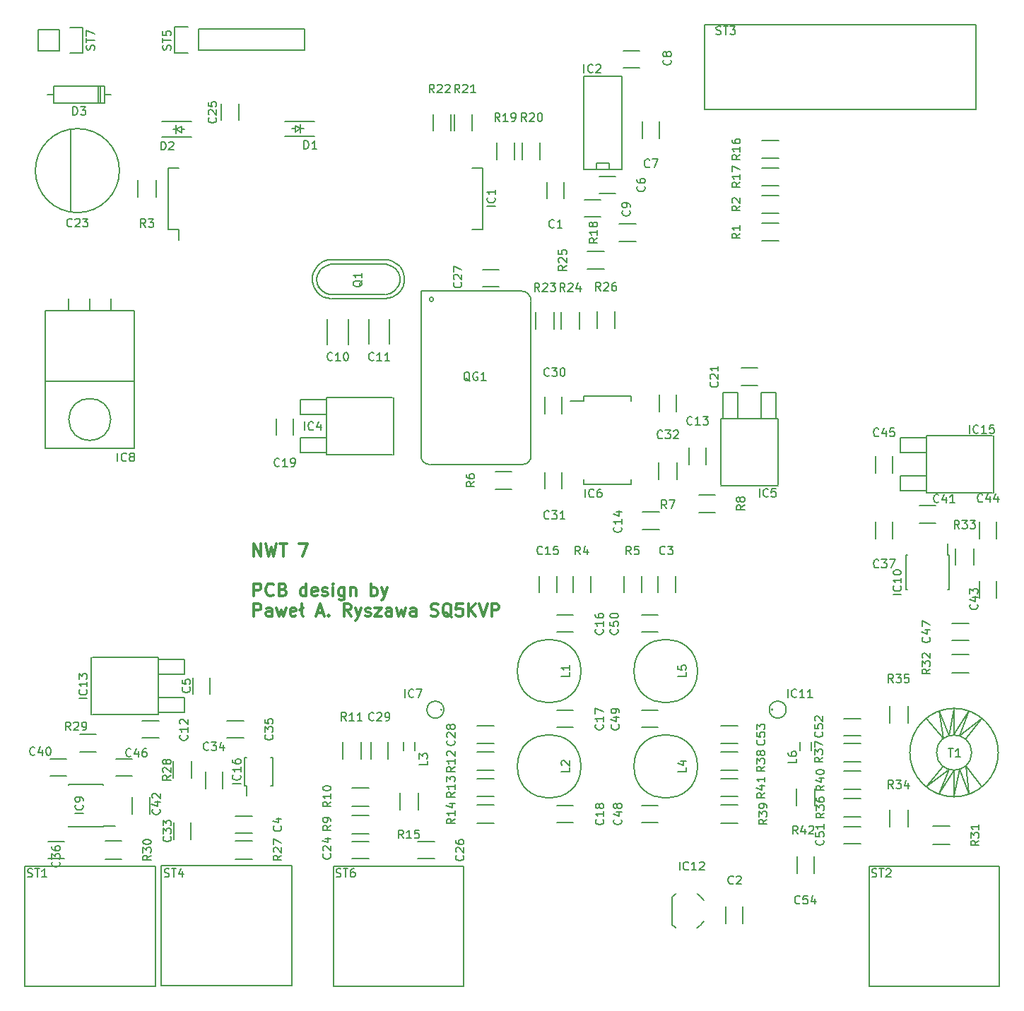
<source format=gto>
G04 #@! TF.FileFunction,Legend,Top*
%FSLAX46Y46*%
G04 Gerber Fmt 4.6, Leading zero omitted, Abs format (unit mm)*
G04 Created by KiCad (PCBNEW 4.0.2-stable) date 2021 June 25, Friday 00:46:03*
%MOMM*%
G01*
G04 APERTURE LIST*
%ADD10C,0.100000*%
%ADD11C,0.300000*%
%ADD12C,0.150000*%
G04 APERTURE END LIST*
D10*
D11*
X40699143Y-76890571D02*
X40699143Y-75390571D01*
X41556286Y-76890571D01*
X41556286Y-75390571D01*
X42127715Y-75390571D02*
X42484858Y-76890571D01*
X42770572Y-75819143D01*
X43056286Y-76890571D01*
X43413429Y-75390571D01*
X43770572Y-75390571D02*
X44627715Y-75390571D01*
X44199144Y-76890571D02*
X44199144Y-75390571D01*
X46127715Y-75390571D02*
X47127715Y-75390571D01*
X46484858Y-76890571D01*
X40699143Y-81690571D02*
X40699143Y-80190571D01*
X41270571Y-80190571D01*
X41413429Y-80262000D01*
X41484857Y-80333429D01*
X41556286Y-80476286D01*
X41556286Y-80690571D01*
X41484857Y-80833429D01*
X41413429Y-80904857D01*
X41270571Y-80976286D01*
X40699143Y-80976286D01*
X43056286Y-81547714D02*
X42984857Y-81619143D01*
X42770571Y-81690571D01*
X42627714Y-81690571D01*
X42413429Y-81619143D01*
X42270571Y-81476286D01*
X42199143Y-81333429D01*
X42127714Y-81047714D01*
X42127714Y-80833429D01*
X42199143Y-80547714D01*
X42270571Y-80404857D01*
X42413429Y-80262000D01*
X42627714Y-80190571D01*
X42770571Y-80190571D01*
X42984857Y-80262000D01*
X43056286Y-80333429D01*
X44199143Y-80904857D02*
X44413429Y-80976286D01*
X44484857Y-81047714D01*
X44556286Y-81190571D01*
X44556286Y-81404857D01*
X44484857Y-81547714D01*
X44413429Y-81619143D01*
X44270571Y-81690571D01*
X43699143Y-81690571D01*
X43699143Y-80190571D01*
X44199143Y-80190571D01*
X44342000Y-80262000D01*
X44413429Y-80333429D01*
X44484857Y-80476286D01*
X44484857Y-80619143D01*
X44413429Y-80762000D01*
X44342000Y-80833429D01*
X44199143Y-80904857D01*
X43699143Y-80904857D01*
X46984857Y-81690571D02*
X46984857Y-80190571D01*
X46984857Y-81619143D02*
X46842000Y-81690571D01*
X46556286Y-81690571D01*
X46413428Y-81619143D01*
X46342000Y-81547714D01*
X46270571Y-81404857D01*
X46270571Y-80976286D01*
X46342000Y-80833429D01*
X46413428Y-80762000D01*
X46556286Y-80690571D01*
X46842000Y-80690571D01*
X46984857Y-80762000D01*
X48270571Y-81619143D02*
X48127714Y-81690571D01*
X47842000Y-81690571D01*
X47699143Y-81619143D01*
X47627714Y-81476286D01*
X47627714Y-80904857D01*
X47699143Y-80762000D01*
X47842000Y-80690571D01*
X48127714Y-80690571D01*
X48270571Y-80762000D01*
X48342000Y-80904857D01*
X48342000Y-81047714D01*
X47627714Y-81190571D01*
X48913428Y-81619143D02*
X49056285Y-81690571D01*
X49342000Y-81690571D01*
X49484857Y-81619143D01*
X49556285Y-81476286D01*
X49556285Y-81404857D01*
X49484857Y-81262000D01*
X49342000Y-81190571D01*
X49127714Y-81190571D01*
X48984857Y-81119143D01*
X48913428Y-80976286D01*
X48913428Y-80904857D01*
X48984857Y-80762000D01*
X49127714Y-80690571D01*
X49342000Y-80690571D01*
X49484857Y-80762000D01*
X50199143Y-81690571D02*
X50199143Y-80690571D01*
X50199143Y-80190571D02*
X50127714Y-80262000D01*
X50199143Y-80333429D01*
X50270571Y-80262000D01*
X50199143Y-80190571D01*
X50199143Y-80333429D01*
X51556286Y-80690571D02*
X51556286Y-81904857D01*
X51484857Y-82047714D01*
X51413429Y-82119143D01*
X51270572Y-82190571D01*
X51056286Y-82190571D01*
X50913429Y-82119143D01*
X51556286Y-81619143D02*
X51413429Y-81690571D01*
X51127715Y-81690571D01*
X50984857Y-81619143D01*
X50913429Y-81547714D01*
X50842000Y-81404857D01*
X50842000Y-80976286D01*
X50913429Y-80833429D01*
X50984857Y-80762000D01*
X51127715Y-80690571D01*
X51413429Y-80690571D01*
X51556286Y-80762000D01*
X52270572Y-80690571D02*
X52270572Y-81690571D01*
X52270572Y-80833429D02*
X52342000Y-80762000D01*
X52484858Y-80690571D01*
X52699143Y-80690571D01*
X52842000Y-80762000D01*
X52913429Y-80904857D01*
X52913429Y-81690571D01*
X54770572Y-81690571D02*
X54770572Y-80190571D01*
X54770572Y-80762000D02*
X54913429Y-80690571D01*
X55199143Y-80690571D01*
X55342000Y-80762000D01*
X55413429Y-80833429D01*
X55484858Y-80976286D01*
X55484858Y-81404857D01*
X55413429Y-81547714D01*
X55342000Y-81619143D01*
X55199143Y-81690571D01*
X54913429Y-81690571D01*
X54770572Y-81619143D01*
X55984858Y-80690571D02*
X56342001Y-81690571D01*
X56699143Y-80690571D02*
X56342001Y-81690571D01*
X56199143Y-82047714D01*
X56127715Y-82119143D01*
X55984858Y-82190571D01*
X40699143Y-84090571D02*
X40699143Y-82590571D01*
X41270571Y-82590571D01*
X41413429Y-82662000D01*
X41484857Y-82733429D01*
X41556286Y-82876286D01*
X41556286Y-83090571D01*
X41484857Y-83233429D01*
X41413429Y-83304857D01*
X41270571Y-83376286D01*
X40699143Y-83376286D01*
X42842000Y-84090571D02*
X42842000Y-83304857D01*
X42770571Y-83162000D01*
X42627714Y-83090571D01*
X42342000Y-83090571D01*
X42199143Y-83162000D01*
X42842000Y-84019143D02*
X42699143Y-84090571D01*
X42342000Y-84090571D01*
X42199143Y-84019143D01*
X42127714Y-83876286D01*
X42127714Y-83733429D01*
X42199143Y-83590571D01*
X42342000Y-83519143D01*
X42699143Y-83519143D01*
X42842000Y-83447714D01*
X43413429Y-83090571D02*
X43699143Y-84090571D01*
X43984857Y-83376286D01*
X44270572Y-84090571D01*
X44556286Y-83090571D01*
X45699143Y-84019143D02*
X45556286Y-84090571D01*
X45270572Y-84090571D01*
X45127715Y-84019143D01*
X45056286Y-83876286D01*
X45056286Y-83304857D01*
X45127715Y-83162000D01*
X45270572Y-83090571D01*
X45556286Y-83090571D01*
X45699143Y-83162000D01*
X45770572Y-83304857D01*
X45770572Y-83447714D01*
X45056286Y-83590571D01*
X46627715Y-84090571D02*
X46484857Y-84019143D01*
X46413429Y-83876286D01*
X46413429Y-82590571D01*
X46199143Y-83376286D02*
X46627715Y-83090571D01*
X48270571Y-83662000D02*
X48984857Y-83662000D01*
X48127714Y-84090571D02*
X48627714Y-82590571D01*
X49127714Y-84090571D01*
X49627714Y-83947714D02*
X49699142Y-84019143D01*
X49627714Y-84090571D01*
X49556285Y-84019143D01*
X49627714Y-83947714D01*
X49627714Y-84090571D01*
X52342000Y-84090571D02*
X51842000Y-83376286D01*
X51484857Y-84090571D02*
X51484857Y-82590571D01*
X52056285Y-82590571D01*
X52199143Y-82662000D01*
X52270571Y-82733429D01*
X52342000Y-82876286D01*
X52342000Y-83090571D01*
X52270571Y-83233429D01*
X52199143Y-83304857D01*
X52056285Y-83376286D01*
X51484857Y-83376286D01*
X52842000Y-83090571D02*
X53199143Y-84090571D01*
X53556285Y-83090571D02*
X53199143Y-84090571D01*
X53056285Y-84447714D01*
X52984857Y-84519143D01*
X52842000Y-84590571D01*
X54056285Y-84019143D02*
X54199142Y-84090571D01*
X54484857Y-84090571D01*
X54627714Y-84019143D01*
X54699142Y-83876286D01*
X54699142Y-83804857D01*
X54627714Y-83662000D01*
X54484857Y-83590571D01*
X54270571Y-83590571D01*
X54127714Y-83519143D01*
X54056285Y-83376286D01*
X54056285Y-83304857D01*
X54127714Y-83162000D01*
X54270571Y-83090571D01*
X54484857Y-83090571D01*
X54627714Y-83162000D01*
X55199143Y-83090571D02*
X55984857Y-83090571D01*
X55199143Y-84090571D01*
X55984857Y-84090571D01*
X57199143Y-84090571D02*
X57199143Y-83304857D01*
X57127714Y-83162000D01*
X56984857Y-83090571D01*
X56699143Y-83090571D01*
X56556286Y-83162000D01*
X57199143Y-84019143D02*
X57056286Y-84090571D01*
X56699143Y-84090571D01*
X56556286Y-84019143D01*
X56484857Y-83876286D01*
X56484857Y-83733429D01*
X56556286Y-83590571D01*
X56699143Y-83519143D01*
X57056286Y-83519143D01*
X57199143Y-83447714D01*
X57770572Y-83090571D02*
X58056286Y-84090571D01*
X58342000Y-83376286D01*
X58627715Y-84090571D01*
X58913429Y-83090571D01*
X60127715Y-84090571D02*
X60127715Y-83304857D01*
X60056286Y-83162000D01*
X59913429Y-83090571D01*
X59627715Y-83090571D01*
X59484858Y-83162000D01*
X60127715Y-84019143D02*
X59984858Y-84090571D01*
X59627715Y-84090571D01*
X59484858Y-84019143D01*
X59413429Y-83876286D01*
X59413429Y-83733429D01*
X59484858Y-83590571D01*
X59627715Y-83519143D01*
X59984858Y-83519143D01*
X60127715Y-83447714D01*
X61913429Y-84019143D02*
X62127715Y-84090571D01*
X62484858Y-84090571D01*
X62627715Y-84019143D01*
X62699144Y-83947714D01*
X62770572Y-83804857D01*
X62770572Y-83662000D01*
X62699144Y-83519143D01*
X62627715Y-83447714D01*
X62484858Y-83376286D01*
X62199144Y-83304857D01*
X62056286Y-83233429D01*
X61984858Y-83162000D01*
X61913429Y-83019143D01*
X61913429Y-82876286D01*
X61984858Y-82733429D01*
X62056286Y-82662000D01*
X62199144Y-82590571D01*
X62556286Y-82590571D01*
X62770572Y-82662000D01*
X64413429Y-84233429D02*
X64270572Y-84162000D01*
X64127715Y-84019143D01*
X63913429Y-83804857D01*
X63770572Y-83733429D01*
X63627715Y-83733429D01*
X63699143Y-84090571D02*
X63556286Y-84019143D01*
X63413429Y-83876286D01*
X63342000Y-83590571D01*
X63342000Y-83090571D01*
X63413429Y-82804857D01*
X63556286Y-82662000D01*
X63699143Y-82590571D01*
X63984857Y-82590571D01*
X64127715Y-82662000D01*
X64270572Y-82804857D01*
X64342000Y-83090571D01*
X64342000Y-83590571D01*
X64270572Y-83876286D01*
X64127715Y-84019143D01*
X63984857Y-84090571D01*
X63699143Y-84090571D01*
X65699144Y-82590571D02*
X64984858Y-82590571D01*
X64913429Y-83304857D01*
X64984858Y-83233429D01*
X65127715Y-83162000D01*
X65484858Y-83162000D01*
X65627715Y-83233429D01*
X65699144Y-83304857D01*
X65770572Y-83447714D01*
X65770572Y-83804857D01*
X65699144Y-83947714D01*
X65627715Y-84019143D01*
X65484858Y-84090571D01*
X65127715Y-84090571D01*
X64984858Y-84019143D01*
X64913429Y-83947714D01*
X66413429Y-84090571D02*
X66413429Y-82590571D01*
X67270572Y-84090571D02*
X66627715Y-83233429D01*
X67270572Y-82590571D02*
X66413429Y-83447714D01*
X67699143Y-82590571D02*
X68199143Y-84090571D01*
X68699143Y-82590571D01*
X69199143Y-84090571D02*
X69199143Y-82590571D01*
X69770571Y-82590571D01*
X69913429Y-82662000D01*
X69984857Y-82733429D01*
X70056286Y-82876286D01*
X70056286Y-83090571D01*
X69984857Y-83233429D01*
X69913429Y-83304857D01*
X69770571Y-83376286D01*
X69199143Y-83376286D01*
D12*
X80183000Y-57667000D02*
X80183000Y-58317000D01*
X85933000Y-57667000D02*
X85933000Y-58317000D01*
X85933000Y-68317000D02*
X85933000Y-67667000D01*
X80183000Y-68317000D02*
X80183000Y-67667000D01*
X80183000Y-57667000D02*
X85933000Y-57667000D01*
X80183000Y-68317000D02*
X85933000Y-68317000D01*
X80183000Y-58317000D02*
X78583000Y-58317000D01*
X75556000Y-57801000D02*
X75556000Y-59801000D01*
X77606000Y-59801000D02*
X77606000Y-57801000D01*
X81085000Y-79264000D02*
X81085000Y-81264000D01*
X78935000Y-81264000D02*
X78935000Y-79264000D01*
X89145000Y-79264000D02*
X89145000Y-81264000D01*
X91195000Y-81264000D02*
X91195000Y-79264000D01*
X38497000Y-110118000D02*
X40497000Y-110118000D01*
X40497000Y-108068000D02*
X38497000Y-108068000D01*
X35442000Y-93456000D02*
X35442000Y-91456000D01*
X33392000Y-91456000D02*
X33392000Y-93456000D01*
X27321000Y-98688000D02*
X29321000Y-98688000D01*
X29321000Y-96638000D02*
X27321000Y-96638000D01*
X94878000Y-65897000D02*
X94878000Y-63897000D01*
X92828000Y-63897000D02*
X92828000Y-65897000D01*
X76971000Y-81264000D02*
X76971000Y-79264000D01*
X74921000Y-79264000D02*
X74921000Y-81264000D01*
X78978000Y-83938000D02*
X76978000Y-83938000D01*
X76978000Y-85988000D02*
X78978000Y-85988000D01*
X78978000Y-95368000D02*
X76978000Y-95368000D01*
X76978000Y-97418000D02*
X78978000Y-97418000D01*
X78978000Y-106798000D02*
X76978000Y-106798000D01*
X76978000Y-108848000D02*
X78978000Y-108848000D01*
X45431000Y-62397000D02*
X45431000Y-60397000D01*
X43381000Y-60397000D02*
X43381000Y-62397000D01*
X99076000Y-56397000D02*
X101076000Y-56397000D01*
X101076000Y-54347000D02*
X99076000Y-54347000D01*
X52467000Y-113166000D02*
X54467000Y-113166000D01*
X54467000Y-111116000D02*
X52467000Y-111116000D01*
X36821000Y-22622000D02*
X36821000Y-24622000D01*
X38871000Y-24622000D02*
X38871000Y-22622000D01*
X62341000Y-111116000D02*
X60341000Y-111116000D01*
X60341000Y-113166000D02*
X62341000Y-113166000D01*
X70088000Y-42536000D02*
X68088000Y-42536000D01*
X68088000Y-44586000D02*
X70088000Y-44586000D01*
X67453000Y-99323000D02*
X69453000Y-99323000D01*
X69453000Y-97273000D02*
X67453000Y-97273000D01*
X56778000Y-101203000D02*
X56778000Y-99203000D01*
X54728000Y-99203000D02*
X54728000Y-101203000D01*
X77606000Y-68818000D02*
X77606000Y-66818000D01*
X75556000Y-66818000D02*
X75556000Y-68818000D01*
X91322000Y-59547000D02*
X91322000Y-57547000D01*
X89272000Y-57547000D02*
X89272000Y-59547000D01*
X31106000Y-108855000D02*
X31106000Y-110855000D01*
X33156000Y-110855000D02*
X33156000Y-108855000D01*
X36966000Y-104759000D02*
X36966000Y-102759000D01*
X34916000Y-102759000D02*
X34916000Y-104759000D01*
X37481000Y-98688000D02*
X39481000Y-98688000D01*
X39481000Y-96638000D02*
X37481000Y-96638000D01*
X16018000Y-113166000D02*
X18018000Y-113166000D01*
X18018000Y-111116000D02*
X16018000Y-111116000D01*
X117230000Y-74787000D02*
X117230000Y-72787000D01*
X115180000Y-72787000D02*
X115180000Y-74787000D01*
X18272000Y-101210000D02*
X16272000Y-101210000D01*
X16272000Y-103260000D02*
X18272000Y-103260000D01*
X122412000Y-70857000D02*
X120412000Y-70857000D01*
X120412000Y-72907000D02*
X122412000Y-72907000D01*
X28203000Y-107807000D02*
X28203000Y-105807000D01*
X26153000Y-105807000D02*
X26153000Y-107807000D01*
X129676000Y-81899000D02*
X129676000Y-79899000D01*
X127626000Y-79899000D02*
X127626000Y-81899000D01*
X127626000Y-72787000D02*
X127626000Y-74787000D01*
X129676000Y-74787000D02*
X129676000Y-72787000D01*
X115180000Y-64913000D02*
X115180000Y-66913000D01*
X117230000Y-66913000D02*
X117230000Y-64913000D01*
X24146000Y-103260000D02*
X26146000Y-103260000D01*
X26146000Y-101210000D02*
X24146000Y-101210000D01*
X124349000Y-87004000D02*
X126349000Y-87004000D01*
X126349000Y-84954000D02*
X124349000Y-84954000D01*
X87138000Y-108848000D02*
X89138000Y-108848000D01*
X89138000Y-106798000D02*
X87138000Y-106798000D01*
X87138000Y-97418000D02*
X89138000Y-97418000D01*
X89138000Y-95368000D02*
X87138000Y-95368000D01*
X87138000Y-85988000D02*
X89138000Y-85988000D01*
X89138000Y-83938000D02*
X87138000Y-83938000D01*
X113395000Y-109338000D02*
X111395000Y-109338000D01*
X111395000Y-111388000D02*
X113395000Y-111388000D01*
X113395000Y-96384000D02*
X111395000Y-96384000D01*
X111395000Y-98434000D02*
X113395000Y-98434000D01*
X98663000Y-97273000D02*
X96663000Y-97273000D01*
X96663000Y-99323000D02*
X98663000Y-99323000D01*
X107832000Y-114919000D02*
X107832000Y-112919000D01*
X105782000Y-112919000D02*
X105782000Y-114919000D01*
X45656500Y-25654000D02*
X45275500Y-25654000D01*
X46672500Y-25654000D02*
X46291500Y-25654000D01*
X46291500Y-25654000D02*
X45656500Y-26035000D01*
X45656500Y-26035000D02*
X45656500Y-25273000D01*
X45656500Y-25273000D02*
X46291500Y-25654000D01*
X46291500Y-26162000D02*
X46291500Y-25146000D01*
X47974000Y-24754000D02*
X44434000Y-24754000D01*
X47974000Y-26554000D02*
X44434000Y-26554000D01*
X32023500Y-25710000D02*
X32404500Y-25710000D01*
X31007500Y-25710000D02*
X31388500Y-25710000D01*
X31388500Y-25710000D02*
X32023500Y-25329000D01*
X32023500Y-25329000D02*
X32023500Y-26091000D01*
X32023500Y-26091000D02*
X31388500Y-25710000D01*
X31388500Y-25202000D02*
X31388500Y-26218000D01*
X29706000Y-26610000D02*
X33246000Y-26610000D01*
X29706000Y-24810000D02*
X33246000Y-24810000D01*
X49403000Y-62738000D02*
X46228000Y-62738000D01*
X46228000Y-62738000D02*
X46228000Y-64516000D01*
X46228000Y-64516000D02*
X49403000Y-64516000D01*
X49403000Y-58166000D02*
X46228000Y-58166000D01*
X46228000Y-58166000D02*
X46228000Y-59944000D01*
X46228000Y-59944000D02*
X49403000Y-59944000D01*
X55499000Y-64770000D02*
X49403000Y-64770000D01*
X49403000Y-64770000D02*
X49403000Y-57912000D01*
X49403000Y-57912000D02*
X57277000Y-57912000D01*
X57404000Y-57912000D02*
X57404000Y-64770000D01*
X57277000Y-64770000D02*
X55499000Y-64770000D01*
X98679000Y-60452000D02*
X98679000Y-57277000D01*
X98679000Y-57277000D02*
X96901000Y-57277000D01*
X96901000Y-57277000D02*
X96901000Y-60452000D01*
X103251000Y-60452000D02*
X103251000Y-57277000D01*
X103251000Y-57277000D02*
X101473000Y-57277000D01*
X101473000Y-57277000D02*
X101473000Y-60452000D01*
X96647000Y-66548000D02*
X96647000Y-60452000D01*
X96647000Y-60452000D02*
X103505000Y-60452000D01*
X103505000Y-60452000D02*
X103505000Y-68326000D01*
X103505000Y-68453000D02*
X96647000Y-68453000D01*
X96647000Y-68326000D02*
X96647000Y-66548000D01*
X22649000Y-109382000D02*
X22649000Y-109237000D01*
X18499000Y-109382000D02*
X18499000Y-109237000D01*
X18499000Y-104232000D02*
X18499000Y-104377000D01*
X22649000Y-104232000D02*
X22649000Y-104377000D01*
X22649000Y-109382000D02*
X18499000Y-109382000D01*
X22649000Y-104232000D02*
X18499000Y-104232000D01*
X22649000Y-109237000D02*
X24049000Y-109237000D01*
X123987000Y-76792000D02*
X123842000Y-76792000D01*
X123987000Y-80942000D02*
X123842000Y-80942000D01*
X118837000Y-80942000D02*
X118982000Y-80942000D01*
X118837000Y-76792000D02*
X118982000Y-76792000D01*
X123987000Y-76792000D02*
X123987000Y-80942000D01*
X118837000Y-76792000D02*
X118837000Y-80942000D01*
X123842000Y-76792000D02*
X123842000Y-75392000D01*
X39600000Y-104418000D02*
X39850000Y-104418000D01*
X39600000Y-101068000D02*
X39850000Y-101068000D01*
X42950000Y-101068000D02*
X42700000Y-101068000D01*
X42950000Y-104418000D02*
X42700000Y-104418000D01*
X39600000Y-104418000D02*
X39600000Y-101068000D01*
X42950000Y-104418000D02*
X42950000Y-101068000D01*
X39850000Y-104418000D02*
X39850000Y-105668000D01*
X101572000Y-36954000D02*
X103572000Y-36954000D01*
X103572000Y-39104000D02*
X101572000Y-39104000D01*
X103572000Y-35802000D02*
X101572000Y-35802000D01*
X101572000Y-33652000D02*
X103572000Y-33652000D01*
X26821000Y-33822000D02*
X26821000Y-31822000D01*
X28971000Y-31822000D02*
X28971000Y-33822000D01*
X85031000Y-81264000D02*
X85031000Y-79264000D01*
X87181000Y-79264000D02*
X87181000Y-81264000D01*
X69612000Y-66743000D02*
X71612000Y-66743000D01*
X71612000Y-68893000D02*
X69612000Y-68893000D01*
X89222000Y-67675000D02*
X89222000Y-65675000D01*
X91372000Y-65675000D02*
X91372000Y-67675000D01*
X93996000Y-69537000D02*
X95996000Y-69537000D01*
X95996000Y-71687000D02*
X93996000Y-71687000D01*
X52467000Y-108018000D02*
X54467000Y-108018000D01*
X54467000Y-110168000D02*
X52467000Y-110168000D01*
X52467000Y-104716000D02*
X54467000Y-104716000D01*
X54467000Y-106866000D02*
X52467000Y-106866000D01*
X53526000Y-99203000D02*
X53526000Y-101203000D01*
X51376000Y-101203000D02*
X51376000Y-99203000D01*
X69453000Y-102548000D02*
X67453000Y-102548000D01*
X67453000Y-100398000D02*
X69453000Y-100398000D01*
X69453000Y-105723000D02*
X67453000Y-105723000D01*
X67453000Y-103573000D02*
X69453000Y-103573000D01*
X67453000Y-106748000D02*
X69453000Y-106748000D01*
X69453000Y-108898000D02*
X67453000Y-108898000D01*
X58234000Y-107299000D02*
X58234000Y-105299000D01*
X60384000Y-105299000D02*
X60384000Y-107299000D01*
X101572000Y-27048000D02*
X103572000Y-27048000D01*
X103572000Y-29198000D02*
X101572000Y-29198000D01*
X103572000Y-32500000D02*
X101572000Y-32500000D01*
X101572000Y-30350000D02*
X103572000Y-30350000D01*
X86471000Y-39175000D02*
X84471000Y-39175000D01*
X84471000Y-37025000D02*
X86471000Y-37025000D01*
X69791000Y-29321000D02*
X69791000Y-27321000D01*
X71941000Y-27321000D02*
X71941000Y-29321000D01*
X72839000Y-29321000D02*
X72839000Y-27321000D01*
X74989000Y-27321000D02*
X74989000Y-29321000D01*
X64711000Y-25892000D02*
X64711000Y-23892000D01*
X66861000Y-23892000D02*
X66861000Y-25892000D01*
X64321000Y-23892000D02*
X64321000Y-25892000D01*
X62171000Y-25892000D02*
X62171000Y-23892000D01*
X76640000Y-47641000D02*
X76640000Y-49641000D01*
X74490000Y-49641000D02*
X74490000Y-47641000D01*
X77538000Y-49641000D02*
X77538000Y-47641000D01*
X79688000Y-47641000D02*
X79688000Y-49641000D01*
X82661000Y-42477000D02*
X80661000Y-42477000D01*
X80661000Y-40327000D02*
X82661000Y-40327000D01*
X83962000Y-47570000D02*
X83962000Y-49570000D01*
X81812000Y-49570000D02*
X81812000Y-47570000D01*
X38497000Y-111066000D02*
X40497000Y-111066000D01*
X40497000Y-113216000D02*
X38497000Y-113216000D01*
X31056000Y-103489000D02*
X31056000Y-101489000D01*
X33206000Y-101489000D02*
X33206000Y-103489000D01*
X21828000Y-100389000D02*
X19828000Y-100389000D01*
X19828000Y-98239000D02*
X21828000Y-98239000D01*
X22876000Y-111066000D02*
X24876000Y-111066000D01*
X24876000Y-113216000D02*
X22876000Y-113216000D01*
X122063000Y-109288000D02*
X124063000Y-109288000D01*
X124063000Y-111438000D02*
X122063000Y-111438000D01*
X126349000Y-90864000D02*
X124349000Y-90864000D01*
X124349000Y-88714000D02*
X126349000Y-88714000D01*
X126932000Y-75962000D02*
X126932000Y-77962000D01*
X124782000Y-77962000D02*
X124782000Y-75962000D01*
X116908000Y-109331000D02*
X116908000Y-107331000D01*
X119058000Y-107331000D02*
X119058000Y-109331000D01*
X116908000Y-96885000D02*
X116908000Y-94885000D01*
X119058000Y-94885000D02*
X119058000Y-96885000D01*
X113395000Y-108136000D02*
X111395000Y-108136000D01*
X111395000Y-105986000D02*
X113395000Y-105986000D01*
X111395000Y-99382000D02*
X113395000Y-99382000D01*
X113395000Y-101532000D02*
X111395000Y-101532000D01*
X96663000Y-100398000D02*
X98663000Y-100398000D01*
X98663000Y-102548000D02*
X96663000Y-102548000D01*
X98663000Y-108898000D02*
X96663000Y-108898000D01*
X96663000Y-106748000D02*
X98663000Y-106748000D01*
X113395000Y-104834000D02*
X111395000Y-104834000D01*
X111395000Y-102684000D02*
X113395000Y-102684000D01*
X96663000Y-103573000D02*
X98663000Y-103573000D01*
X98663000Y-105723000D02*
X96663000Y-105723000D01*
X107882000Y-104791000D02*
X107882000Y-106791000D01*
X105732000Y-106791000D02*
X105732000Y-104791000D01*
X34036000Y-13716000D02*
X46736000Y-13716000D01*
X46736000Y-13716000D02*
X46736000Y-16256000D01*
X46736000Y-16256000D02*
X34036000Y-16256000D01*
X31216000Y-13436000D02*
X32766000Y-13436000D01*
X34036000Y-13716000D02*
X34036000Y-16256000D01*
X32766000Y-16536000D02*
X31216000Y-16536000D01*
X31216000Y-16536000D02*
X31216000Y-13436000D01*
X17355000Y-16312000D02*
X14815000Y-16312000D01*
X20175000Y-16592000D02*
X18625000Y-16592000D01*
X17355000Y-16312000D02*
X17355000Y-13772000D01*
X18625000Y-13492000D02*
X20175000Y-13492000D01*
X20175000Y-13492000D02*
X20175000Y-16592000D01*
X17355000Y-13772000D02*
X14815000Y-13772000D01*
X14815000Y-13772000D02*
X14815000Y-16312000D01*
X29210000Y-91059000D02*
X32385000Y-91059000D01*
X32385000Y-91059000D02*
X32385000Y-89281000D01*
X32385000Y-89281000D02*
X29210000Y-89281000D01*
X29210000Y-95631000D02*
X32385000Y-95631000D01*
X32385000Y-95631000D02*
X32385000Y-93853000D01*
X32385000Y-93853000D02*
X29210000Y-93853000D01*
X23114000Y-89027000D02*
X29210000Y-89027000D01*
X29210000Y-89027000D02*
X29210000Y-95885000D01*
X29210000Y-95885000D02*
X21336000Y-95885000D01*
X21209000Y-95885000D02*
X21209000Y-89027000D01*
X21336000Y-89027000D02*
X23114000Y-89027000D01*
X121285000Y-67310000D02*
X118110000Y-67310000D01*
X118110000Y-67310000D02*
X118110000Y-69088000D01*
X118110000Y-69088000D02*
X121285000Y-69088000D01*
X121285000Y-62738000D02*
X118110000Y-62738000D01*
X118110000Y-62738000D02*
X118110000Y-64516000D01*
X118110000Y-64516000D02*
X121285000Y-64516000D01*
X127381000Y-69342000D02*
X121285000Y-69342000D01*
X121285000Y-69342000D02*
X121285000Y-62484000D01*
X121285000Y-62484000D02*
X129159000Y-62484000D01*
X129286000Y-62484000D02*
X129286000Y-69342000D01*
X129159000Y-69342000D02*
X127381000Y-69342000D01*
X79883000Y-90678000D02*
G75*
G03X79883000Y-90678000I-3810000J0D01*
G01*
X79883000Y-102108000D02*
G75*
G03X79883000Y-102108000I-3810000J0D01*
G01*
X59984000Y-99195000D02*
X59984000Y-100195000D01*
X58634000Y-100195000D02*
X58634000Y-99195000D01*
X93853000Y-102108000D02*
G75*
G03X93853000Y-102108000I-3810000J0D01*
G01*
X93853000Y-90678000D02*
G75*
G03X93853000Y-90678000I-3810000J0D01*
G01*
X106132000Y-100195000D02*
X106132000Y-99195000D01*
X107482000Y-99195000D02*
X107482000Y-100195000D01*
X48514000Y-44688760D02*
X48313340Y-44287440D01*
X48313340Y-44287440D02*
X48211740Y-43688000D01*
X48211740Y-43688000D02*
X48313340Y-43187620D01*
X48313340Y-43187620D02*
X48712120Y-42489120D01*
X48712120Y-42489120D02*
X49314100Y-42087800D01*
X49314100Y-42087800D02*
X49913540Y-41887140D01*
X49913540Y-41887140D02*
X56512460Y-41887140D01*
X56512460Y-41887140D02*
X57213500Y-42087800D01*
X57213500Y-42087800D02*
X57612280Y-42387520D01*
X57612280Y-42387520D02*
X58013600Y-42887900D01*
X58013600Y-42887900D02*
X58214260Y-43487340D01*
X58214260Y-43487340D02*
X58214260Y-43987720D01*
X58214260Y-43987720D02*
X58013600Y-44488100D01*
X58013600Y-44488100D02*
X57513220Y-45087540D01*
X57513220Y-45087540D02*
X57012840Y-45387260D01*
X57012840Y-45387260D02*
X56512460Y-45488860D01*
X56413400Y-45488860D02*
X49811940Y-45488860D01*
X49811940Y-45488860D02*
X49413160Y-45387260D01*
X49413160Y-45387260D02*
X48912780Y-45087540D01*
X48912780Y-45087540D02*
X48412400Y-44587160D01*
X56403240Y-46017180D02*
X56862980Y-45968920D01*
X56862980Y-45968920D02*
X57261760Y-45857160D01*
X57261760Y-45857160D02*
X57693560Y-45638720D01*
X57693560Y-45638720D02*
X57983120Y-45407580D01*
X57983120Y-45407580D02*
X58313320Y-45057060D01*
X58313320Y-45057060D02*
X58602880Y-44518580D01*
X58602880Y-44518580D02*
X58732420Y-43919140D01*
X58732420Y-43919140D02*
X58732420Y-43408600D01*
X58732420Y-43408600D02*
X58562240Y-42707560D01*
X58562240Y-42707560D02*
X58163460Y-42118280D01*
X58163460Y-42118280D02*
X57703720Y-41747440D01*
X57703720Y-41747440D02*
X57282080Y-41539160D01*
X57282080Y-41539160D02*
X56832500Y-41379140D01*
X56832500Y-41379140D02*
X56393080Y-41348660D01*
X49052480Y-41567100D02*
X48674020Y-41788080D01*
X48674020Y-41788080D02*
X48353980Y-42067480D01*
X48353980Y-42067480D02*
X48102520Y-42397680D01*
X48102520Y-42397680D02*
X47802800Y-42948860D01*
X47802800Y-42948860D02*
X47693580Y-43418760D01*
X47693580Y-43418760D02*
X47673260Y-43878500D01*
X47673260Y-43878500D02*
X47762160Y-44338240D01*
X47762160Y-44338240D02*
X47952660Y-44787820D01*
X47952660Y-44787820D02*
X48313340Y-45257720D01*
X48313340Y-45257720D02*
X48663860Y-45577760D01*
X48663860Y-45577760D02*
X49052480Y-45808900D01*
X49052480Y-45808900D02*
X49481740Y-45948600D01*
X49481740Y-45948600D02*
X49923700Y-46017180D01*
X56413400Y-41358820D02*
X49961800Y-41358820D01*
X49961800Y-41358820D02*
X49542700Y-41396920D01*
X49542700Y-41396920D02*
X49052480Y-41567100D01*
X56413400Y-46017180D02*
X49961800Y-46017180D01*
X62230000Y-46101000D02*
G75*
G03X62230000Y-46101000I-254000J0D01*
G01*
X72710040Y-45100240D02*
X60711080Y-45100240D01*
X60711080Y-64899540D02*
X60711080Y-45100240D01*
X72910700Y-65897760D02*
X61810900Y-65897760D01*
X73908920Y-46398180D02*
X73908920Y-64899540D01*
X72910700Y-65897760D02*
G75*
G03X73908920Y-64899540I0J998220D01*
G01*
X73908920Y-46294040D02*
G75*
G03X72710040Y-45095160I-1198880J0D01*
G01*
X60711080Y-64899540D02*
G75*
G03X61709300Y-65897760I998220J0D01*
G01*
X23578000Y-47427000D02*
X23578000Y-46030000D01*
X21038000Y-47427000D02*
X21038000Y-46030000D01*
X18498000Y-47427000D02*
X18498000Y-46030000D01*
X23552472Y-60508000D02*
G75*
G03X23552472Y-60508000I-2514472J0D01*
G01*
X15704000Y-55936000D02*
X15704000Y-63937000D01*
X15704000Y-63937000D02*
X26372000Y-63937000D01*
X26372000Y-63937000D02*
X26372000Y-55936000D01*
X15704000Y-47427000D02*
X15704000Y-55936000D01*
X15704000Y-55936000D02*
X26372000Y-55936000D01*
X26372000Y-55936000D02*
X26372000Y-47427000D01*
X21038000Y-47427000D02*
X26372000Y-47427000D01*
X21038000Y-47427000D02*
X15704000Y-47427000D01*
X81724500Y-30543500D02*
X81724500Y-29781500D01*
X81724500Y-29781500D02*
X83248500Y-29781500D01*
X83248500Y-29781500D02*
X83248500Y-30543500D01*
X80200500Y-19367500D02*
X84772500Y-19367500D01*
X84772500Y-19367500D02*
X84772500Y-30543500D01*
X84772500Y-30543500D02*
X80200500Y-30543500D01*
X80200500Y-30543500D02*
X80200500Y-19367500D01*
X89265000Y-71619000D02*
X87265000Y-71619000D01*
X87265000Y-73669000D02*
X89265000Y-73669000D01*
X75810000Y-32020000D02*
X75810000Y-34020000D01*
X77860000Y-34020000D02*
X77860000Y-32020000D01*
X99279000Y-120944000D02*
X99279000Y-118944000D01*
X97229000Y-118944000D02*
X97229000Y-120944000D01*
X82058000Y-33410000D02*
X84058000Y-33410000D01*
X84058000Y-31360000D02*
X82058000Y-31360000D01*
X87240000Y-24781000D02*
X87240000Y-26781000D01*
X89290000Y-26781000D02*
X89290000Y-24781000D01*
X86935000Y-16303000D02*
X84935000Y-16303000D01*
X84935000Y-18353000D02*
X86935000Y-18353000D01*
X80280000Y-36204000D02*
X82280000Y-36204000D01*
X82280000Y-34154000D02*
X80280000Y-34154000D01*
X63202000Y-95306000D02*
G75*
G03X63202000Y-95306000I-76200J0D01*
G01*
X63456000Y-95306000D02*
G75*
G03X63456000Y-95306000I-1016000J0D01*
G01*
X102851400Y-95306000D02*
G75*
G03X102851400Y-95306000I-76200J0D01*
G01*
X104477000Y-95306000D02*
G75*
G03X104477000Y-95306000I-1016000J0D01*
G01*
X49506000Y-51487000D02*
X49506000Y-48487000D01*
X52006000Y-48487000D02*
X52006000Y-51487000D01*
X56959000Y-48447000D02*
X56959000Y-51447000D01*
X54459000Y-51447000D02*
X54459000Y-48447000D01*
X23578000Y-21519000D02*
X22816000Y-21519000D01*
X22816000Y-21519000D02*
X22816000Y-20503000D01*
X22816000Y-20503000D02*
X16720000Y-20503000D01*
X16720000Y-20503000D02*
X16720000Y-21519000D01*
X16720000Y-21519000D02*
X15958000Y-21519000D01*
X16720000Y-21519000D02*
X16720000Y-22535000D01*
X16720000Y-22535000D02*
X22816000Y-22535000D01*
X22816000Y-22535000D02*
X22816000Y-21519000D01*
X22308000Y-20503000D02*
X22308000Y-22535000D01*
X22054000Y-22535000D02*
X22054000Y-20503000D01*
X30471000Y-37711000D02*
X31741000Y-37711000D01*
X30471000Y-30361000D02*
X31741000Y-30361000D01*
X68081000Y-30361000D02*
X66811000Y-30361000D01*
X68081000Y-37711000D02*
X66811000Y-37711000D01*
X30471000Y-37711000D02*
X30471000Y-30361000D01*
X68081000Y-37711000D02*
X68081000Y-30361000D01*
X31741000Y-37711000D02*
X31741000Y-38996000D01*
X18779000Y-35603000D02*
X18779000Y-25723000D01*
X24591500Y-30663000D02*
G75*
G03X24591500Y-30663000I-5037500J0D01*
G01*
X28882340Y-114084100D02*
X13281660Y-114084100D01*
X13281660Y-114084100D02*
X13281660Y-128485900D01*
X13281660Y-128485900D02*
X28882340Y-128485900D01*
X28882340Y-128485900D02*
X28882340Y-114084100D01*
X130025140Y-114084100D02*
X114424460Y-114084100D01*
X114424460Y-114084100D02*
X114424460Y-128485900D01*
X114424460Y-128485900D02*
X130025140Y-128485900D01*
X130025140Y-128485900D02*
X130025140Y-114084100D01*
X45221340Y-114013100D02*
X29620660Y-114013100D01*
X29620660Y-114013100D02*
X29620660Y-128414900D01*
X29620660Y-128414900D02*
X45221340Y-128414900D01*
X45221340Y-128414900D02*
X45221340Y-114013100D01*
X65839340Y-114084100D02*
X50238660Y-114084100D01*
X50238660Y-114084100D02*
X50238660Y-128485900D01*
X50238660Y-128485900D02*
X65839340Y-128485900D01*
X65839340Y-128485900D02*
X65839340Y-114084100D01*
X125222000Y-98425000D02*
X127889000Y-96393000D01*
X124587000Y-98298000D02*
X126365000Y-95504000D01*
X123952000Y-98425000D02*
X124587000Y-95250000D01*
X123317000Y-98806000D02*
X122809000Y-95504000D01*
X121285000Y-104521000D02*
X123952000Y-102489000D01*
X122809000Y-105410000D02*
X124587000Y-102616000D01*
X124587000Y-105664000D02*
X125222000Y-102489000D01*
X126365000Y-105410000D02*
X125984000Y-102108000D01*
X127889000Y-96393000D02*
X125984000Y-98806000D01*
X126365000Y-105410000D02*
X125222000Y-102489000D01*
X127889000Y-104521000D02*
X125984000Y-102108000D01*
X123317000Y-98806000D02*
X121285000Y-96393000D01*
X123317000Y-102108000D02*
X121285000Y-104521000D01*
X124587000Y-98298000D02*
X124587000Y-95250000D01*
X125222000Y-98425000D02*
X126365000Y-95504000D01*
X123952000Y-98425000D02*
X122809000Y-95504000D01*
X123952000Y-102489000D02*
X122809000Y-105410000D01*
X124587000Y-102616000D02*
X124587000Y-105664000D01*
X126687580Y-100457000D02*
G75*
G03X126687580Y-100457000I-2100580J0D01*
G01*
X129887980Y-100457000D02*
G75*
G03X129887980Y-100457000I-5300980J0D01*
G01*
X94589000Y-118186001D02*
G75*
G03X93789000Y-117386000I-2050000J-1249999D01*
G01*
X94589000Y-120685999D02*
G75*
G02X93789000Y-121486000I-2050000J1249999D01*
G01*
X91264797Y-117397274D02*
G75*
G03X90839000Y-117736000I1274203J-2038726D01*
G01*
X91264797Y-121474726D02*
G75*
G02X90839000Y-121136000I1274203J2038726D01*
G01*
X90839000Y-117736000D02*
X90839000Y-121136000D01*
X94691200Y-23291800D02*
X127203200Y-23291800D01*
X127203200Y-23291800D02*
X127203200Y-13131800D01*
X94691200Y-13131800D02*
X94691200Y-23291800D01*
X94691200Y-13131800D02*
X127203200Y-13131800D01*
X80386810Y-69850381D02*
X80386810Y-68850381D01*
X81434429Y-69755143D02*
X81386810Y-69802762D01*
X81243953Y-69850381D01*
X81148715Y-69850381D01*
X81005857Y-69802762D01*
X80910619Y-69707524D01*
X80863000Y-69612286D01*
X80815381Y-69421810D01*
X80815381Y-69278952D01*
X80863000Y-69088476D01*
X80910619Y-68993238D01*
X81005857Y-68898000D01*
X81148715Y-68850381D01*
X81243953Y-68850381D01*
X81386810Y-68898000D01*
X81434429Y-68945619D01*
X82291572Y-68850381D02*
X82101095Y-68850381D01*
X82005857Y-68898000D01*
X81958238Y-68945619D01*
X81863000Y-69088476D01*
X81815381Y-69278952D01*
X81815381Y-69659905D01*
X81863000Y-69755143D01*
X81910619Y-69802762D01*
X82005857Y-69850381D01*
X82196334Y-69850381D01*
X82291572Y-69802762D01*
X82339191Y-69755143D01*
X82386810Y-69659905D01*
X82386810Y-69421810D01*
X82339191Y-69326571D01*
X82291572Y-69278952D01*
X82196334Y-69231333D01*
X82005857Y-69231333D01*
X81910619Y-69278952D01*
X81863000Y-69326571D01*
X81815381Y-69421810D01*
X76065143Y-55221143D02*
X76017524Y-55268762D01*
X75874667Y-55316381D01*
X75779429Y-55316381D01*
X75636571Y-55268762D01*
X75541333Y-55173524D01*
X75493714Y-55078286D01*
X75446095Y-54887810D01*
X75446095Y-54744952D01*
X75493714Y-54554476D01*
X75541333Y-54459238D01*
X75636571Y-54364000D01*
X75779429Y-54316381D01*
X75874667Y-54316381D01*
X76017524Y-54364000D01*
X76065143Y-54411619D01*
X76398476Y-54316381D02*
X77017524Y-54316381D01*
X76684190Y-54697333D01*
X76827048Y-54697333D01*
X76922286Y-54744952D01*
X76969905Y-54792571D01*
X77017524Y-54887810D01*
X77017524Y-55125905D01*
X76969905Y-55221143D01*
X76922286Y-55268762D01*
X76827048Y-55316381D01*
X76541333Y-55316381D01*
X76446095Y-55268762D01*
X76398476Y-55221143D01*
X77636571Y-54316381D02*
X77731810Y-54316381D01*
X77827048Y-54364000D01*
X77874667Y-54411619D01*
X77922286Y-54506857D01*
X77969905Y-54697333D01*
X77969905Y-54935429D01*
X77922286Y-55125905D01*
X77874667Y-55221143D01*
X77827048Y-55268762D01*
X77731810Y-55316381D01*
X77636571Y-55316381D01*
X77541333Y-55268762D01*
X77493714Y-55221143D01*
X77446095Y-55125905D01*
X77398476Y-54935429D01*
X77398476Y-54697333D01*
X77446095Y-54506857D01*
X77493714Y-54411619D01*
X77541333Y-54364000D01*
X77636571Y-54316381D01*
X79799334Y-76708381D02*
X79466000Y-76232190D01*
X79227905Y-76708381D02*
X79227905Y-75708381D01*
X79608858Y-75708381D01*
X79704096Y-75756000D01*
X79751715Y-75803619D01*
X79799334Y-75898857D01*
X79799334Y-76041714D01*
X79751715Y-76136952D01*
X79704096Y-76184571D01*
X79608858Y-76232190D01*
X79227905Y-76232190D01*
X80656477Y-76041714D02*
X80656477Y-76708381D01*
X80418381Y-75660762D02*
X80180286Y-76375048D01*
X80799334Y-76375048D01*
X89959334Y-76613143D02*
X89911715Y-76660762D01*
X89768858Y-76708381D01*
X89673620Y-76708381D01*
X89530762Y-76660762D01*
X89435524Y-76565524D01*
X89387905Y-76470286D01*
X89340286Y-76279810D01*
X89340286Y-76136952D01*
X89387905Y-75946476D01*
X89435524Y-75851238D01*
X89530762Y-75756000D01*
X89673620Y-75708381D01*
X89768858Y-75708381D01*
X89911715Y-75756000D01*
X89959334Y-75803619D01*
X90292667Y-75708381D02*
X90911715Y-75708381D01*
X90578381Y-76089333D01*
X90721239Y-76089333D01*
X90816477Y-76136952D01*
X90864096Y-76184571D01*
X90911715Y-76279810D01*
X90911715Y-76517905D01*
X90864096Y-76613143D01*
X90816477Y-76660762D01*
X90721239Y-76708381D01*
X90435524Y-76708381D01*
X90340286Y-76660762D01*
X90292667Y-76613143D01*
X43918143Y-109259666D02*
X43965762Y-109307285D01*
X44013381Y-109450142D01*
X44013381Y-109545380D01*
X43965762Y-109688238D01*
X43870524Y-109783476D01*
X43775286Y-109831095D01*
X43584810Y-109878714D01*
X43441952Y-109878714D01*
X43251476Y-109831095D01*
X43156238Y-109783476D01*
X43061000Y-109688238D01*
X43013381Y-109545380D01*
X43013381Y-109450142D01*
X43061000Y-109307285D01*
X43108619Y-109259666D01*
X43346714Y-108402523D02*
X44013381Y-108402523D01*
X42965762Y-108640619D02*
X43680048Y-108878714D01*
X43680048Y-108259666D01*
X32996143Y-92622666D02*
X33043762Y-92670285D01*
X33091381Y-92813142D01*
X33091381Y-92908380D01*
X33043762Y-93051238D01*
X32948524Y-93146476D01*
X32853286Y-93194095D01*
X32662810Y-93241714D01*
X32519952Y-93241714D01*
X32329476Y-93194095D01*
X32234238Y-93146476D01*
X32139000Y-93051238D01*
X32091381Y-92908380D01*
X32091381Y-92813142D01*
X32139000Y-92670285D01*
X32186619Y-92622666D01*
X32091381Y-91717904D02*
X32091381Y-92194095D01*
X32567571Y-92241714D01*
X32519952Y-92194095D01*
X32472333Y-92098857D01*
X32472333Y-91860761D01*
X32519952Y-91765523D01*
X32567571Y-91717904D01*
X32662810Y-91670285D01*
X32900905Y-91670285D01*
X32996143Y-91717904D01*
X33043762Y-91765523D01*
X33091381Y-91860761D01*
X33091381Y-92098857D01*
X33043762Y-92194095D01*
X32996143Y-92241714D01*
X32698143Y-98361857D02*
X32745762Y-98409476D01*
X32793381Y-98552333D01*
X32793381Y-98647571D01*
X32745762Y-98790429D01*
X32650524Y-98885667D01*
X32555286Y-98933286D01*
X32364810Y-98980905D01*
X32221952Y-98980905D01*
X32031476Y-98933286D01*
X31936238Y-98885667D01*
X31841000Y-98790429D01*
X31793381Y-98647571D01*
X31793381Y-98552333D01*
X31841000Y-98409476D01*
X31888619Y-98361857D01*
X32793381Y-97409476D02*
X32793381Y-97980905D01*
X32793381Y-97695191D02*
X31793381Y-97695191D01*
X31936238Y-97790429D01*
X32031476Y-97885667D01*
X32079095Y-97980905D01*
X31888619Y-97028524D02*
X31841000Y-96980905D01*
X31793381Y-96885667D01*
X31793381Y-96647571D01*
X31841000Y-96552333D01*
X31888619Y-96504714D01*
X31983857Y-96457095D01*
X32079095Y-96457095D01*
X32221952Y-96504714D01*
X32793381Y-97076143D01*
X32793381Y-96457095D01*
X93210143Y-61063143D02*
X93162524Y-61110762D01*
X93019667Y-61158381D01*
X92924429Y-61158381D01*
X92781571Y-61110762D01*
X92686333Y-61015524D01*
X92638714Y-60920286D01*
X92591095Y-60729810D01*
X92591095Y-60586952D01*
X92638714Y-60396476D01*
X92686333Y-60301238D01*
X92781571Y-60206000D01*
X92924429Y-60158381D01*
X93019667Y-60158381D01*
X93162524Y-60206000D01*
X93210143Y-60253619D01*
X94162524Y-61158381D02*
X93591095Y-61158381D01*
X93876809Y-61158381D02*
X93876809Y-60158381D01*
X93781571Y-60301238D01*
X93686333Y-60396476D01*
X93591095Y-60444095D01*
X94495857Y-60158381D02*
X95114905Y-60158381D01*
X94781571Y-60539333D01*
X94924429Y-60539333D01*
X95019667Y-60586952D01*
X95067286Y-60634571D01*
X95114905Y-60729810D01*
X95114905Y-60967905D01*
X95067286Y-61063143D01*
X95019667Y-61110762D01*
X94924429Y-61158381D01*
X94638714Y-61158381D01*
X94543476Y-61110762D01*
X94495857Y-61063143D01*
X75259143Y-76613143D02*
X75211524Y-76660762D01*
X75068667Y-76708381D01*
X74973429Y-76708381D01*
X74830571Y-76660762D01*
X74735333Y-76565524D01*
X74687714Y-76470286D01*
X74640095Y-76279810D01*
X74640095Y-76136952D01*
X74687714Y-75946476D01*
X74735333Y-75851238D01*
X74830571Y-75756000D01*
X74973429Y-75708381D01*
X75068667Y-75708381D01*
X75211524Y-75756000D01*
X75259143Y-75803619D01*
X76211524Y-76708381D02*
X75640095Y-76708381D01*
X75925809Y-76708381D02*
X75925809Y-75708381D01*
X75830571Y-75851238D01*
X75735333Y-75946476D01*
X75640095Y-75994095D01*
X77116286Y-75708381D02*
X76640095Y-75708381D01*
X76592476Y-76184571D01*
X76640095Y-76136952D01*
X76735333Y-76089333D01*
X76973429Y-76089333D01*
X77068667Y-76136952D01*
X77116286Y-76184571D01*
X77163905Y-76279810D01*
X77163905Y-76517905D01*
X77116286Y-76613143D01*
X77068667Y-76660762D01*
X76973429Y-76708381D01*
X76735333Y-76708381D01*
X76640095Y-76660762D01*
X76592476Y-76613143D01*
X82482143Y-85661857D02*
X82529762Y-85709476D01*
X82577381Y-85852333D01*
X82577381Y-85947571D01*
X82529762Y-86090429D01*
X82434524Y-86185667D01*
X82339286Y-86233286D01*
X82148810Y-86280905D01*
X82005952Y-86280905D01*
X81815476Y-86233286D01*
X81720238Y-86185667D01*
X81625000Y-86090429D01*
X81577381Y-85947571D01*
X81577381Y-85852333D01*
X81625000Y-85709476D01*
X81672619Y-85661857D01*
X82577381Y-84709476D02*
X82577381Y-85280905D01*
X82577381Y-84995191D02*
X81577381Y-84995191D01*
X81720238Y-85090429D01*
X81815476Y-85185667D01*
X81863095Y-85280905D01*
X81577381Y-83852333D02*
X81577381Y-84042810D01*
X81625000Y-84138048D01*
X81672619Y-84185667D01*
X81815476Y-84280905D01*
X82005952Y-84328524D01*
X82386905Y-84328524D01*
X82482143Y-84280905D01*
X82529762Y-84233286D01*
X82577381Y-84138048D01*
X82577381Y-83947571D01*
X82529762Y-83852333D01*
X82482143Y-83804714D01*
X82386905Y-83757095D01*
X82148810Y-83757095D01*
X82053571Y-83804714D01*
X82005952Y-83852333D01*
X81958333Y-83947571D01*
X81958333Y-84138048D01*
X82005952Y-84233286D01*
X82053571Y-84280905D01*
X82148810Y-84328524D01*
X82482143Y-97091857D02*
X82529762Y-97139476D01*
X82577381Y-97282333D01*
X82577381Y-97377571D01*
X82529762Y-97520429D01*
X82434524Y-97615667D01*
X82339286Y-97663286D01*
X82148810Y-97710905D01*
X82005952Y-97710905D01*
X81815476Y-97663286D01*
X81720238Y-97615667D01*
X81625000Y-97520429D01*
X81577381Y-97377571D01*
X81577381Y-97282333D01*
X81625000Y-97139476D01*
X81672619Y-97091857D01*
X82577381Y-96139476D02*
X82577381Y-96710905D01*
X82577381Y-96425191D02*
X81577381Y-96425191D01*
X81720238Y-96520429D01*
X81815476Y-96615667D01*
X81863095Y-96710905D01*
X81577381Y-95806143D02*
X81577381Y-95139476D01*
X82577381Y-95568048D01*
X82526143Y-108465857D02*
X82573762Y-108513476D01*
X82621381Y-108656333D01*
X82621381Y-108751571D01*
X82573762Y-108894429D01*
X82478524Y-108989667D01*
X82383286Y-109037286D01*
X82192810Y-109084905D01*
X82049952Y-109084905D01*
X81859476Y-109037286D01*
X81764238Y-108989667D01*
X81669000Y-108894429D01*
X81621381Y-108751571D01*
X81621381Y-108656333D01*
X81669000Y-108513476D01*
X81716619Y-108465857D01*
X82621381Y-107513476D02*
X82621381Y-108084905D01*
X82621381Y-107799191D02*
X81621381Y-107799191D01*
X81764238Y-107894429D01*
X81859476Y-107989667D01*
X81907095Y-108084905D01*
X82049952Y-106942048D02*
X82002333Y-107037286D01*
X81954714Y-107084905D01*
X81859476Y-107132524D01*
X81811857Y-107132524D01*
X81716619Y-107084905D01*
X81669000Y-107037286D01*
X81621381Y-106942048D01*
X81621381Y-106751571D01*
X81669000Y-106656333D01*
X81716619Y-106608714D01*
X81811857Y-106561095D01*
X81859476Y-106561095D01*
X81954714Y-106608714D01*
X82002333Y-106656333D01*
X82049952Y-106751571D01*
X82049952Y-106942048D01*
X82097571Y-107037286D01*
X82145190Y-107084905D01*
X82240429Y-107132524D01*
X82430905Y-107132524D01*
X82526143Y-107084905D01*
X82573762Y-107037286D01*
X82621381Y-106942048D01*
X82621381Y-106751571D01*
X82573762Y-106656333D01*
X82526143Y-106608714D01*
X82430905Y-106561095D01*
X82240429Y-106561095D01*
X82145190Y-106608714D01*
X82097571Y-106656333D01*
X82049952Y-106751571D01*
X43763143Y-66072143D02*
X43715524Y-66119762D01*
X43572667Y-66167381D01*
X43477429Y-66167381D01*
X43334571Y-66119762D01*
X43239333Y-66024524D01*
X43191714Y-65929286D01*
X43144095Y-65738810D01*
X43144095Y-65595952D01*
X43191714Y-65405476D01*
X43239333Y-65310238D01*
X43334571Y-65215000D01*
X43477429Y-65167381D01*
X43572667Y-65167381D01*
X43715524Y-65215000D01*
X43763143Y-65262619D01*
X44715524Y-66167381D02*
X44144095Y-66167381D01*
X44429809Y-66167381D02*
X44429809Y-65167381D01*
X44334571Y-65310238D01*
X44239333Y-65405476D01*
X44144095Y-65453095D01*
X45191714Y-66167381D02*
X45382190Y-66167381D01*
X45477429Y-66119762D01*
X45525048Y-66072143D01*
X45620286Y-65929286D01*
X45667905Y-65738810D01*
X45667905Y-65357857D01*
X45620286Y-65262619D01*
X45572667Y-65215000D01*
X45477429Y-65167381D01*
X45286952Y-65167381D01*
X45191714Y-65215000D01*
X45144095Y-65262619D01*
X45096476Y-65357857D01*
X45096476Y-65595952D01*
X45144095Y-65691190D01*
X45191714Y-65738810D01*
X45286952Y-65786429D01*
X45477429Y-65786429D01*
X45572667Y-65738810D01*
X45620286Y-65691190D01*
X45667905Y-65595952D01*
X96242143Y-56014857D02*
X96289762Y-56062476D01*
X96337381Y-56205333D01*
X96337381Y-56300571D01*
X96289762Y-56443429D01*
X96194524Y-56538667D01*
X96099286Y-56586286D01*
X95908810Y-56633905D01*
X95765952Y-56633905D01*
X95575476Y-56586286D01*
X95480238Y-56538667D01*
X95385000Y-56443429D01*
X95337381Y-56300571D01*
X95337381Y-56205333D01*
X95385000Y-56062476D01*
X95432619Y-56014857D01*
X95432619Y-55633905D02*
X95385000Y-55586286D01*
X95337381Y-55491048D01*
X95337381Y-55252952D01*
X95385000Y-55157714D01*
X95432619Y-55110095D01*
X95527857Y-55062476D01*
X95623095Y-55062476D01*
X95765952Y-55110095D01*
X96337381Y-55681524D01*
X96337381Y-55062476D01*
X96337381Y-54110095D02*
X96337381Y-54681524D01*
X96337381Y-54395810D02*
X95337381Y-54395810D01*
X95480238Y-54491048D01*
X95575476Y-54586286D01*
X95623095Y-54681524D01*
X49843143Y-112585857D02*
X49890762Y-112633476D01*
X49938381Y-112776333D01*
X49938381Y-112871571D01*
X49890762Y-113014429D01*
X49795524Y-113109667D01*
X49700286Y-113157286D01*
X49509810Y-113204905D01*
X49366952Y-113204905D01*
X49176476Y-113157286D01*
X49081238Y-113109667D01*
X48986000Y-113014429D01*
X48938381Y-112871571D01*
X48938381Y-112776333D01*
X48986000Y-112633476D01*
X49033619Y-112585857D01*
X49033619Y-112204905D02*
X48986000Y-112157286D01*
X48938381Y-112062048D01*
X48938381Y-111823952D01*
X48986000Y-111728714D01*
X49033619Y-111681095D01*
X49128857Y-111633476D01*
X49224095Y-111633476D01*
X49366952Y-111681095D01*
X49938381Y-112252524D01*
X49938381Y-111633476D01*
X49271714Y-110776333D02*
X49938381Y-110776333D01*
X48890762Y-111014429D02*
X49605048Y-111252524D01*
X49605048Y-110633476D01*
X36127143Y-24320857D02*
X36174762Y-24368476D01*
X36222381Y-24511333D01*
X36222381Y-24606571D01*
X36174762Y-24749429D01*
X36079524Y-24844667D01*
X35984286Y-24892286D01*
X35793810Y-24939905D01*
X35650952Y-24939905D01*
X35460476Y-24892286D01*
X35365238Y-24844667D01*
X35270000Y-24749429D01*
X35222381Y-24606571D01*
X35222381Y-24511333D01*
X35270000Y-24368476D01*
X35317619Y-24320857D01*
X35317619Y-23939905D02*
X35270000Y-23892286D01*
X35222381Y-23797048D01*
X35222381Y-23558952D01*
X35270000Y-23463714D01*
X35317619Y-23416095D01*
X35412857Y-23368476D01*
X35508095Y-23368476D01*
X35650952Y-23416095D01*
X36222381Y-23987524D01*
X36222381Y-23368476D01*
X35222381Y-22463714D02*
X35222381Y-22939905D01*
X35698571Y-22987524D01*
X35650952Y-22939905D01*
X35603333Y-22844667D01*
X35603333Y-22606571D01*
X35650952Y-22511333D01*
X35698571Y-22463714D01*
X35793810Y-22416095D01*
X36031905Y-22416095D01*
X36127143Y-22463714D01*
X36174762Y-22511333D01*
X36222381Y-22606571D01*
X36222381Y-22844667D01*
X36174762Y-22939905D01*
X36127143Y-22987524D01*
X65762143Y-112783857D02*
X65809762Y-112831476D01*
X65857381Y-112974333D01*
X65857381Y-113069571D01*
X65809762Y-113212429D01*
X65714524Y-113307667D01*
X65619286Y-113355286D01*
X65428810Y-113402905D01*
X65285952Y-113402905D01*
X65095476Y-113355286D01*
X65000238Y-113307667D01*
X64905000Y-113212429D01*
X64857381Y-113069571D01*
X64857381Y-112974333D01*
X64905000Y-112831476D01*
X64952619Y-112783857D01*
X64952619Y-112402905D02*
X64905000Y-112355286D01*
X64857381Y-112260048D01*
X64857381Y-112021952D01*
X64905000Y-111926714D01*
X64952619Y-111879095D01*
X65047857Y-111831476D01*
X65143095Y-111831476D01*
X65285952Y-111879095D01*
X65857381Y-112450524D01*
X65857381Y-111831476D01*
X64857381Y-110974333D02*
X64857381Y-111164810D01*
X64905000Y-111260048D01*
X64952619Y-111307667D01*
X65095476Y-111402905D01*
X65285952Y-111450524D01*
X65666905Y-111450524D01*
X65762143Y-111402905D01*
X65809762Y-111355286D01*
X65857381Y-111260048D01*
X65857381Y-111069571D01*
X65809762Y-110974333D01*
X65762143Y-110926714D01*
X65666905Y-110879095D01*
X65428810Y-110879095D01*
X65333571Y-110926714D01*
X65285952Y-110974333D01*
X65238333Y-111069571D01*
X65238333Y-111260048D01*
X65285952Y-111355286D01*
X65333571Y-111402905D01*
X65428810Y-111450524D01*
X65508143Y-44076857D02*
X65555762Y-44124476D01*
X65603381Y-44267333D01*
X65603381Y-44362571D01*
X65555762Y-44505429D01*
X65460524Y-44600667D01*
X65365286Y-44648286D01*
X65174810Y-44695905D01*
X65031952Y-44695905D01*
X64841476Y-44648286D01*
X64746238Y-44600667D01*
X64651000Y-44505429D01*
X64603381Y-44362571D01*
X64603381Y-44267333D01*
X64651000Y-44124476D01*
X64698619Y-44076857D01*
X64698619Y-43695905D02*
X64651000Y-43648286D01*
X64603381Y-43553048D01*
X64603381Y-43314952D01*
X64651000Y-43219714D01*
X64698619Y-43172095D01*
X64793857Y-43124476D01*
X64889095Y-43124476D01*
X65031952Y-43172095D01*
X65603381Y-43743524D01*
X65603381Y-43124476D01*
X64603381Y-42791143D02*
X64603381Y-42124476D01*
X65603381Y-42553048D01*
X64702143Y-98996857D02*
X64749762Y-99044476D01*
X64797381Y-99187333D01*
X64797381Y-99282571D01*
X64749762Y-99425429D01*
X64654524Y-99520667D01*
X64559286Y-99568286D01*
X64368810Y-99615905D01*
X64225952Y-99615905D01*
X64035476Y-99568286D01*
X63940238Y-99520667D01*
X63845000Y-99425429D01*
X63797381Y-99282571D01*
X63797381Y-99187333D01*
X63845000Y-99044476D01*
X63892619Y-98996857D01*
X63892619Y-98615905D02*
X63845000Y-98568286D01*
X63797381Y-98473048D01*
X63797381Y-98234952D01*
X63845000Y-98139714D01*
X63892619Y-98092095D01*
X63987857Y-98044476D01*
X64083095Y-98044476D01*
X64225952Y-98092095D01*
X64797381Y-98663524D01*
X64797381Y-98044476D01*
X64225952Y-97473048D02*
X64178333Y-97568286D01*
X64130714Y-97615905D01*
X64035476Y-97663524D01*
X63987857Y-97663524D01*
X63892619Y-97615905D01*
X63845000Y-97568286D01*
X63797381Y-97473048D01*
X63797381Y-97282571D01*
X63845000Y-97187333D01*
X63892619Y-97139714D01*
X63987857Y-97092095D01*
X64035476Y-97092095D01*
X64130714Y-97139714D01*
X64178333Y-97187333D01*
X64225952Y-97282571D01*
X64225952Y-97473048D01*
X64273571Y-97568286D01*
X64321190Y-97615905D01*
X64416429Y-97663524D01*
X64606905Y-97663524D01*
X64702143Y-97615905D01*
X64749762Y-97568286D01*
X64797381Y-97473048D01*
X64797381Y-97282571D01*
X64749762Y-97187333D01*
X64702143Y-97139714D01*
X64606905Y-97092095D01*
X64416429Y-97092095D01*
X64321190Y-97139714D01*
X64273571Y-97187333D01*
X64225952Y-97282571D01*
X55066143Y-96552143D02*
X55018524Y-96599762D01*
X54875667Y-96647381D01*
X54780429Y-96647381D01*
X54637571Y-96599762D01*
X54542333Y-96504524D01*
X54494714Y-96409286D01*
X54447095Y-96218810D01*
X54447095Y-96075952D01*
X54494714Y-95885476D01*
X54542333Y-95790238D01*
X54637571Y-95695000D01*
X54780429Y-95647381D01*
X54875667Y-95647381D01*
X55018524Y-95695000D01*
X55066143Y-95742619D01*
X55447095Y-95742619D02*
X55494714Y-95695000D01*
X55589952Y-95647381D01*
X55828048Y-95647381D01*
X55923286Y-95695000D01*
X55970905Y-95742619D01*
X56018524Y-95837857D01*
X56018524Y-95933095D01*
X55970905Y-96075952D01*
X55399476Y-96647381D01*
X56018524Y-96647381D01*
X56494714Y-96647381D02*
X56685190Y-96647381D01*
X56780429Y-96599762D01*
X56828048Y-96552143D01*
X56923286Y-96409286D01*
X56970905Y-96218810D01*
X56970905Y-95837857D01*
X56923286Y-95742619D01*
X56875667Y-95695000D01*
X56780429Y-95647381D01*
X56589952Y-95647381D01*
X56494714Y-95695000D01*
X56447095Y-95742619D01*
X56399476Y-95837857D01*
X56399476Y-96075952D01*
X56447095Y-96171190D01*
X56494714Y-96218810D01*
X56589952Y-96266429D01*
X56780429Y-96266429D01*
X56875667Y-96218810D01*
X56923286Y-96171190D01*
X56970905Y-96075952D01*
X76065143Y-72366143D02*
X76017524Y-72413762D01*
X75874667Y-72461381D01*
X75779429Y-72461381D01*
X75636571Y-72413762D01*
X75541333Y-72318524D01*
X75493714Y-72223286D01*
X75446095Y-72032810D01*
X75446095Y-71889952D01*
X75493714Y-71699476D01*
X75541333Y-71604238D01*
X75636571Y-71509000D01*
X75779429Y-71461381D01*
X75874667Y-71461381D01*
X76017524Y-71509000D01*
X76065143Y-71556619D01*
X76398476Y-71461381D02*
X77017524Y-71461381D01*
X76684190Y-71842333D01*
X76827048Y-71842333D01*
X76922286Y-71889952D01*
X76969905Y-71937571D01*
X77017524Y-72032810D01*
X77017524Y-72270905D01*
X76969905Y-72366143D01*
X76922286Y-72413762D01*
X76827048Y-72461381D01*
X76541333Y-72461381D01*
X76446095Y-72413762D01*
X76398476Y-72366143D01*
X77969905Y-72461381D02*
X77398476Y-72461381D01*
X77684190Y-72461381D02*
X77684190Y-71461381D01*
X77588952Y-71604238D01*
X77493714Y-71699476D01*
X77398476Y-71747095D01*
X89654143Y-62714143D02*
X89606524Y-62761762D01*
X89463667Y-62809381D01*
X89368429Y-62809381D01*
X89225571Y-62761762D01*
X89130333Y-62666524D01*
X89082714Y-62571286D01*
X89035095Y-62380810D01*
X89035095Y-62237952D01*
X89082714Y-62047476D01*
X89130333Y-61952238D01*
X89225571Y-61857000D01*
X89368429Y-61809381D01*
X89463667Y-61809381D01*
X89606524Y-61857000D01*
X89654143Y-61904619D01*
X89987476Y-61809381D02*
X90606524Y-61809381D01*
X90273190Y-62190333D01*
X90416048Y-62190333D01*
X90511286Y-62237952D01*
X90558905Y-62285571D01*
X90606524Y-62380810D01*
X90606524Y-62618905D01*
X90558905Y-62714143D01*
X90511286Y-62761762D01*
X90416048Y-62809381D01*
X90130333Y-62809381D01*
X90035095Y-62761762D01*
X89987476Y-62714143D01*
X90987476Y-61904619D02*
X91035095Y-61857000D01*
X91130333Y-61809381D01*
X91368429Y-61809381D01*
X91463667Y-61857000D01*
X91511286Y-61904619D01*
X91558905Y-61999857D01*
X91558905Y-62095095D01*
X91511286Y-62237952D01*
X90939857Y-62809381D01*
X91558905Y-62809381D01*
X30710143Y-110497857D02*
X30757762Y-110545476D01*
X30805381Y-110688333D01*
X30805381Y-110783571D01*
X30757762Y-110926429D01*
X30662524Y-111021667D01*
X30567286Y-111069286D01*
X30376810Y-111116905D01*
X30233952Y-111116905D01*
X30043476Y-111069286D01*
X29948238Y-111021667D01*
X29853000Y-110926429D01*
X29805381Y-110783571D01*
X29805381Y-110688333D01*
X29853000Y-110545476D01*
X29900619Y-110497857D01*
X29805381Y-110164524D02*
X29805381Y-109545476D01*
X30186333Y-109878810D01*
X30186333Y-109735952D01*
X30233952Y-109640714D01*
X30281571Y-109593095D01*
X30376810Y-109545476D01*
X30614905Y-109545476D01*
X30710143Y-109593095D01*
X30757762Y-109640714D01*
X30805381Y-109735952D01*
X30805381Y-110021667D01*
X30757762Y-110116905D01*
X30710143Y-110164524D01*
X29805381Y-109212143D02*
X29805381Y-108593095D01*
X30186333Y-108926429D01*
X30186333Y-108783571D01*
X30233952Y-108688333D01*
X30281571Y-108640714D01*
X30376810Y-108593095D01*
X30614905Y-108593095D01*
X30710143Y-108640714D01*
X30757762Y-108688333D01*
X30805381Y-108783571D01*
X30805381Y-109069286D01*
X30757762Y-109164524D01*
X30710143Y-109212143D01*
X35254143Y-100108143D02*
X35206524Y-100155762D01*
X35063667Y-100203381D01*
X34968429Y-100203381D01*
X34825571Y-100155762D01*
X34730333Y-100060524D01*
X34682714Y-99965286D01*
X34635095Y-99774810D01*
X34635095Y-99631952D01*
X34682714Y-99441476D01*
X34730333Y-99346238D01*
X34825571Y-99251000D01*
X34968429Y-99203381D01*
X35063667Y-99203381D01*
X35206524Y-99251000D01*
X35254143Y-99298619D01*
X35587476Y-99203381D02*
X36206524Y-99203381D01*
X35873190Y-99584333D01*
X36016048Y-99584333D01*
X36111286Y-99631952D01*
X36158905Y-99679571D01*
X36206524Y-99774810D01*
X36206524Y-100012905D01*
X36158905Y-100108143D01*
X36111286Y-100155762D01*
X36016048Y-100203381D01*
X35730333Y-100203381D01*
X35635095Y-100155762D01*
X35587476Y-100108143D01*
X37063667Y-99536714D02*
X37063667Y-100203381D01*
X36825571Y-99155762D02*
X36587476Y-99870048D01*
X37206524Y-99870048D01*
X42902143Y-98305857D02*
X42949762Y-98353476D01*
X42997381Y-98496333D01*
X42997381Y-98591571D01*
X42949762Y-98734429D01*
X42854524Y-98829667D01*
X42759286Y-98877286D01*
X42568810Y-98924905D01*
X42425952Y-98924905D01*
X42235476Y-98877286D01*
X42140238Y-98829667D01*
X42045000Y-98734429D01*
X41997381Y-98591571D01*
X41997381Y-98496333D01*
X42045000Y-98353476D01*
X42092619Y-98305857D01*
X41997381Y-97972524D02*
X41997381Y-97353476D01*
X42378333Y-97686810D01*
X42378333Y-97543952D01*
X42425952Y-97448714D01*
X42473571Y-97401095D01*
X42568810Y-97353476D01*
X42806905Y-97353476D01*
X42902143Y-97401095D01*
X42949762Y-97448714D01*
X42997381Y-97543952D01*
X42997381Y-97829667D01*
X42949762Y-97924905D01*
X42902143Y-97972524D01*
X41997381Y-96448714D02*
X41997381Y-96924905D01*
X42473571Y-96972524D01*
X42425952Y-96924905D01*
X42378333Y-96829667D01*
X42378333Y-96591571D01*
X42425952Y-96496333D01*
X42473571Y-96448714D01*
X42568810Y-96401095D01*
X42806905Y-96401095D01*
X42902143Y-96448714D01*
X42949762Y-96496333D01*
X42997381Y-96591571D01*
X42997381Y-96829667D01*
X42949762Y-96924905D01*
X42902143Y-96972524D01*
X17375143Y-113545857D02*
X17422762Y-113593476D01*
X17470381Y-113736333D01*
X17470381Y-113831571D01*
X17422762Y-113974429D01*
X17327524Y-114069667D01*
X17232286Y-114117286D01*
X17041810Y-114164905D01*
X16898952Y-114164905D01*
X16708476Y-114117286D01*
X16613238Y-114069667D01*
X16518000Y-113974429D01*
X16470381Y-113831571D01*
X16470381Y-113736333D01*
X16518000Y-113593476D01*
X16565619Y-113545857D01*
X16470381Y-113212524D02*
X16470381Y-112593476D01*
X16851333Y-112926810D01*
X16851333Y-112783952D01*
X16898952Y-112688714D01*
X16946571Y-112641095D01*
X17041810Y-112593476D01*
X17279905Y-112593476D01*
X17375143Y-112641095D01*
X17422762Y-112688714D01*
X17470381Y-112783952D01*
X17470381Y-113069667D01*
X17422762Y-113164905D01*
X17375143Y-113212524D01*
X16470381Y-111736333D02*
X16470381Y-111926810D01*
X16518000Y-112022048D01*
X16565619Y-112069667D01*
X16708476Y-112164905D01*
X16898952Y-112212524D01*
X17279905Y-112212524D01*
X17375143Y-112164905D01*
X17422762Y-112117286D01*
X17470381Y-112022048D01*
X17470381Y-111831571D01*
X17422762Y-111736333D01*
X17375143Y-111688714D01*
X17279905Y-111641095D01*
X17041810Y-111641095D01*
X16946571Y-111688714D01*
X16898952Y-111736333D01*
X16851333Y-111831571D01*
X16851333Y-112022048D01*
X16898952Y-112117286D01*
X16946571Y-112164905D01*
X17041810Y-112212524D01*
X115562143Y-78208143D02*
X115514524Y-78255762D01*
X115371667Y-78303381D01*
X115276429Y-78303381D01*
X115133571Y-78255762D01*
X115038333Y-78160524D01*
X114990714Y-78065286D01*
X114943095Y-77874810D01*
X114943095Y-77731952D01*
X114990714Y-77541476D01*
X115038333Y-77446238D01*
X115133571Y-77351000D01*
X115276429Y-77303381D01*
X115371667Y-77303381D01*
X115514524Y-77351000D01*
X115562143Y-77398619D01*
X115895476Y-77303381D02*
X116514524Y-77303381D01*
X116181190Y-77684333D01*
X116324048Y-77684333D01*
X116419286Y-77731952D01*
X116466905Y-77779571D01*
X116514524Y-77874810D01*
X116514524Y-78112905D01*
X116466905Y-78208143D01*
X116419286Y-78255762D01*
X116324048Y-78303381D01*
X116038333Y-78303381D01*
X115943095Y-78255762D01*
X115895476Y-78208143D01*
X116847857Y-77303381D02*
X117514524Y-77303381D01*
X117085952Y-78303381D01*
X14470143Y-100687143D02*
X14422524Y-100734762D01*
X14279667Y-100782381D01*
X14184429Y-100782381D01*
X14041571Y-100734762D01*
X13946333Y-100639524D01*
X13898714Y-100544286D01*
X13851095Y-100353810D01*
X13851095Y-100210952D01*
X13898714Y-100020476D01*
X13946333Y-99925238D01*
X14041571Y-99830000D01*
X14184429Y-99782381D01*
X14279667Y-99782381D01*
X14422524Y-99830000D01*
X14470143Y-99877619D01*
X15327286Y-100115714D02*
X15327286Y-100782381D01*
X15089190Y-99734762D02*
X14851095Y-100449048D01*
X15470143Y-100449048D01*
X16041571Y-99782381D02*
X16136810Y-99782381D01*
X16232048Y-99830000D01*
X16279667Y-99877619D01*
X16327286Y-99972857D01*
X16374905Y-100163333D01*
X16374905Y-100401429D01*
X16327286Y-100591905D01*
X16279667Y-100687143D01*
X16232048Y-100734762D01*
X16136810Y-100782381D01*
X16041571Y-100782381D01*
X15946333Y-100734762D01*
X15898714Y-100687143D01*
X15851095Y-100591905D01*
X15803476Y-100401429D01*
X15803476Y-100163333D01*
X15851095Y-99972857D01*
X15898714Y-99877619D01*
X15946333Y-99830000D01*
X16041571Y-99782381D01*
X122757143Y-70390143D02*
X122709524Y-70437762D01*
X122566667Y-70485381D01*
X122471429Y-70485381D01*
X122328571Y-70437762D01*
X122233333Y-70342524D01*
X122185714Y-70247286D01*
X122138095Y-70056810D01*
X122138095Y-69913952D01*
X122185714Y-69723476D01*
X122233333Y-69628238D01*
X122328571Y-69533000D01*
X122471429Y-69485381D01*
X122566667Y-69485381D01*
X122709524Y-69533000D01*
X122757143Y-69580619D01*
X123614286Y-69818714D02*
X123614286Y-70485381D01*
X123376190Y-69437762D02*
X123138095Y-70152048D01*
X123757143Y-70152048D01*
X124661905Y-70485381D02*
X124090476Y-70485381D01*
X124376190Y-70485381D02*
X124376190Y-69485381D01*
X124280952Y-69628238D01*
X124185714Y-69723476D01*
X124090476Y-69771095D01*
X29396143Y-107251857D02*
X29443762Y-107299476D01*
X29491381Y-107442333D01*
X29491381Y-107537571D01*
X29443762Y-107680429D01*
X29348524Y-107775667D01*
X29253286Y-107823286D01*
X29062810Y-107870905D01*
X28919952Y-107870905D01*
X28729476Y-107823286D01*
X28634238Y-107775667D01*
X28539000Y-107680429D01*
X28491381Y-107537571D01*
X28491381Y-107442333D01*
X28539000Y-107299476D01*
X28586619Y-107251857D01*
X28824714Y-106394714D02*
X29491381Y-106394714D01*
X28443762Y-106632810D02*
X29158048Y-106870905D01*
X29158048Y-106251857D01*
X28586619Y-105918524D02*
X28539000Y-105870905D01*
X28491381Y-105775667D01*
X28491381Y-105537571D01*
X28539000Y-105442333D01*
X28586619Y-105394714D01*
X28681857Y-105347095D01*
X28777095Y-105347095D01*
X28919952Y-105394714D01*
X29491381Y-105966143D01*
X29491381Y-105347095D01*
X127357143Y-82684857D02*
X127404762Y-82732476D01*
X127452381Y-82875333D01*
X127452381Y-82970571D01*
X127404762Y-83113429D01*
X127309524Y-83208667D01*
X127214286Y-83256286D01*
X127023810Y-83303905D01*
X126880952Y-83303905D01*
X126690476Y-83256286D01*
X126595238Y-83208667D01*
X126500000Y-83113429D01*
X126452381Y-82970571D01*
X126452381Y-82875333D01*
X126500000Y-82732476D01*
X126547619Y-82684857D01*
X126785714Y-81827714D02*
X127452381Y-81827714D01*
X126404762Y-82065810D02*
X127119048Y-82303905D01*
X127119048Y-81684857D01*
X126452381Y-81399143D02*
X126452381Y-80780095D01*
X126833333Y-81113429D01*
X126833333Y-80970571D01*
X126880952Y-80875333D01*
X126928571Y-80827714D01*
X127023810Y-80780095D01*
X127261905Y-80780095D01*
X127357143Y-80827714D01*
X127404762Y-80875333D01*
X127452381Y-80970571D01*
X127452381Y-81256286D01*
X127404762Y-81351524D01*
X127357143Y-81399143D01*
X128008143Y-70334143D02*
X127960524Y-70381762D01*
X127817667Y-70429381D01*
X127722429Y-70429381D01*
X127579571Y-70381762D01*
X127484333Y-70286524D01*
X127436714Y-70191286D01*
X127389095Y-70000810D01*
X127389095Y-69857952D01*
X127436714Y-69667476D01*
X127484333Y-69572238D01*
X127579571Y-69477000D01*
X127722429Y-69429381D01*
X127817667Y-69429381D01*
X127960524Y-69477000D01*
X128008143Y-69524619D01*
X128865286Y-69762714D02*
X128865286Y-70429381D01*
X128627190Y-69381762D02*
X128389095Y-70096048D01*
X129008143Y-70096048D01*
X129817667Y-69762714D02*
X129817667Y-70429381D01*
X129579571Y-69381762D02*
X129341476Y-70096048D01*
X129960524Y-70096048D01*
X115562143Y-62460143D02*
X115514524Y-62507762D01*
X115371667Y-62555381D01*
X115276429Y-62555381D01*
X115133571Y-62507762D01*
X115038333Y-62412524D01*
X114990714Y-62317286D01*
X114943095Y-62126810D01*
X114943095Y-61983952D01*
X114990714Y-61793476D01*
X115038333Y-61698238D01*
X115133571Y-61603000D01*
X115276429Y-61555381D01*
X115371667Y-61555381D01*
X115514524Y-61603000D01*
X115562143Y-61650619D01*
X116419286Y-61888714D02*
X116419286Y-62555381D01*
X116181190Y-61507762D02*
X115943095Y-62222048D01*
X116562143Y-62222048D01*
X117419286Y-61555381D02*
X116943095Y-61555381D01*
X116895476Y-62031571D01*
X116943095Y-61983952D01*
X117038333Y-61936333D01*
X117276429Y-61936333D01*
X117371667Y-61983952D01*
X117419286Y-62031571D01*
X117466905Y-62126810D01*
X117466905Y-62364905D01*
X117419286Y-62460143D01*
X117371667Y-62507762D01*
X117276429Y-62555381D01*
X117038333Y-62555381D01*
X116943095Y-62507762D01*
X116895476Y-62460143D01*
X25983143Y-100870143D02*
X25935524Y-100917762D01*
X25792667Y-100965381D01*
X25697429Y-100965381D01*
X25554571Y-100917762D01*
X25459333Y-100822524D01*
X25411714Y-100727286D01*
X25364095Y-100536810D01*
X25364095Y-100393952D01*
X25411714Y-100203476D01*
X25459333Y-100108238D01*
X25554571Y-100013000D01*
X25697429Y-99965381D01*
X25792667Y-99965381D01*
X25935524Y-100013000D01*
X25983143Y-100060619D01*
X26840286Y-100298714D02*
X26840286Y-100965381D01*
X26602190Y-99917762D02*
X26364095Y-100632048D01*
X26983143Y-100632048D01*
X27792667Y-99965381D02*
X27602190Y-99965381D01*
X27506952Y-100013000D01*
X27459333Y-100060619D01*
X27364095Y-100203476D01*
X27316476Y-100393952D01*
X27316476Y-100774905D01*
X27364095Y-100870143D01*
X27411714Y-100917762D01*
X27506952Y-100965381D01*
X27697429Y-100965381D01*
X27792667Y-100917762D01*
X27840286Y-100870143D01*
X27887905Y-100774905D01*
X27887905Y-100536810D01*
X27840286Y-100441571D01*
X27792667Y-100393952D01*
X27697429Y-100346333D01*
X27506952Y-100346333D01*
X27411714Y-100393952D01*
X27364095Y-100441571D01*
X27316476Y-100536810D01*
X121642143Y-86621857D02*
X121689762Y-86669476D01*
X121737381Y-86812333D01*
X121737381Y-86907571D01*
X121689762Y-87050429D01*
X121594524Y-87145667D01*
X121499286Y-87193286D01*
X121308810Y-87240905D01*
X121165952Y-87240905D01*
X120975476Y-87193286D01*
X120880238Y-87145667D01*
X120785000Y-87050429D01*
X120737381Y-86907571D01*
X120737381Y-86812333D01*
X120785000Y-86669476D01*
X120832619Y-86621857D01*
X121070714Y-85764714D02*
X121737381Y-85764714D01*
X120689762Y-86002810D02*
X121404048Y-86240905D01*
X121404048Y-85621857D01*
X120737381Y-85336143D02*
X120737381Y-84669476D01*
X121737381Y-85098048D01*
X84685143Y-108465857D02*
X84732762Y-108513476D01*
X84780381Y-108656333D01*
X84780381Y-108751571D01*
X84732762Y-108894429D01*
X84637524Y-108989667D01*
X84542286Y-109037286D01*
X84351810Y-109084905D01*
X84208952Y-109084905D01*
X84018476Y-109037286D01*
X83923238Y-108989667D01*
X83828000Y-108894429D01*
X83780381Y-108751571D01*
X83780381Y-108656333D01*
X83828000Y-108513476D01*
X83875619Y-108465857D01*
X84113714Y-107608714D02*
X84780381Y-107608714D01*
X83732762Y-107846810D02*
X84447048Y-108084905D01*
X84447048Y-107465857D01*
X84208952Y-106942048D02*
X84161333Y-107037286D01*
X84113714Y-107084905D01*
X84018476Y-107132524D01*
X83970857Y-107132524D01*
X83875619Y-107084905D01*
X83828000Y-107037286D01*
X83780381Y-106942048D01*
X83780381Y-106751571D01*
X83828000Y-106656333D01*
X83875619Y-106608714D01*
X83970857Y-106561095D01*
X84018476Y-106561095D01*
X84113714Y-106608714D01*
X84161333Y-106656333D01*
X84208952Y-106751571D01*
X84208952Y-106942048D01*
X84256571Y-107037286D01*
X84304190Y-107084905D01*
X84399429Y-107132524D01*
X84589905Y-107132524D01*
X84685143Y-107084905D01*
X84732762Y-107037286D01*
X84780381Y-106942048D01*
X84780381Y-106751571D01*
X84732762Y-106656333D01*
X84685143Y-106608714D01*
X84589905Y-106561095D01*
X84399429Y-106561095D01*
X84304190Y-106608714D01*
X84256571Y-106656333D01*
X84208952Y-106751571D01*
X84387143Y-97091857D02*
X84434762Y-97139476D01*
X84482381Y-97282333D01*
X84482381Y-97377571D01*
X84434762Y-97520429D01*
X84339524Y-97615667D01*
X84244286Y-97663286D01*
X84053810Y-97710905D01*
X83910952Y-97710905D01*
X83720476Y-97663286D01*
X83625238Y-97615667D01*
X83530000Y-97520429D01*
X83482381Y-97377571D01*
X83482381Y-97282333D01*
X83530000Y-97139476D01*
X83577619Y-97091857D01*
X83815714Y-96234714D02*
X84482381Y-96234714D01*
X83434762Y-96472810D02*
X84149048Y-96710905D01*
X84149048Y-96091857D01*
X84482381Y-95663286D02*
X84482381Y-95472810D01*
X84434762Y-95377571D01*
X84387143Y-95329952D01*
X84244286Y-95234714D01*
X84053810Y-95187095D01*
X83672857Y-95187095D01*
X83577619Y-95234714D01*
X83530000Y-95282333D01*
X83482381Y-95377571D01*
X83482381Y-95568048D01*
X83530000Y-95663286D01*
X83577619Y-95710905D01*
X83672857Y-95758524D01*
X83910952Y-95758524D01*
X84006190Y-95710905D01*
X84053810Y-95663286D01*
X84101429Y-95568048D01*
X84101429Y-95377571D01*
X84053810Y-95282333D01*
X84006190Y-95234714D01*
X83910952Y-95187095D01*
X84260143Y-85661857D02*
X84307762Y-85709476D01*
X84355381Y-85852333D01*
X84355381Y-85947571D01*
X84307762Y-86090429D01*
X84212524Y-86185667D01*
X84117286Y-86233286D01*
X83926810Y-86280905D01*
X83783952Y-86280905D01*
X83593476Y-86233286D01*
X83498238Y-86185667D01*
X83403000Y-86090429D01*
X83355381Y-85947571D01*
X83355381Y-85852333D01*
X83403000Y-85709476D01*
X83450619Y-85661857D01*
X83355381Y-84757095D02*
X83355381Y-85233286D01*
X83831571Y-85280905D01*
X83783952Y-85233286D01*
X83736333Y-85138048D01*
X83736333Y-84899952D01*
X83783952Y-84804714D01*
X83831571Y-84757095D01*
X83926810Y-84709476D01*
X84164905Y-84709476D01*
X84260143Y-84757095D01*
X84307762Y-84804714D01*
X84355381Y-84899952D01*
X84355381Y-85138048D01*
X84307762Y-85233286D01*
X84260143Y-85280905D01*
X83355381Y-84090429D02*
X83355381Y-83995190D01*
X83403000Y-83899952D01*
X83450619Y-83852333D01*
X83545857Y-83804714D01*
X83736333Y-83757095D01*
X83974429Y-83757095D01*
X84164905Y-83804714D01*
X84260143Y-83852333D01*
X84307762Y-83899952D01*
X84355381Y-83995190D01*
X84355381Y-84090429D01*
X84307762Y-84185667D01*
X84260143Y-84233286D01*
X84164905Y-84280905D01*
X83974429Y-84328524D01*
X83736333Y-84328524D01*
X83545857Y-84280905D01*
X83450619Y-84233286D01*
X83403000Y-84185667D01*
X83355381Y-84090429D01*
X108898143Y-110934857D02*
X108945762Y-110982476D01*
X108993381Y-111125333D01*
X108993381Y-111220571D01*
X108945762Y-111363429D01*
X108850524Y-111458667D01*
X108755286Y-111506286D01*
X108564810Y-111553905D01*
X108421952Y-111553905D01*
X108231476Y-111506286D01*
X108136238Y-111458667D01*
X108041000Y-111363429D01*
X107993381Y-111220571D01*
X107993381Y-111125333D01*
X108041000Y-110982476D01*
X108088619Y-110934857D01*
X107993381Y-110030095D02*
X107993381Y-110506286D01*
X108469571Y-110553905D01*
X108421952Y-110506286D01*
X108374333Y-110411048D01*
X108374333Y-110172952D01*
X108421952Y-110077714D01*
X108469571Y-110030095D01*
X108564810Y-109982476D01*
X108802905Y-109982476D01*
X108898143Y-110030095D01*
X108945762Y-110077714D01*
X108993381Y-110172952D01*
X108993381Y-110411048D01*
X108945762Y-110506286D01*
X108898143Y-110553905D01*
X108993381Y-109030095D02*
X108993381Y-109601524D01*
X108993381Y-109315810D02*
X107993381Y-109315810D01*
X108136238Y-109411048D01*
X108231476Y-109506286D01*
X108279095Y-109601524D01*
X108771143Y-97980857D02*
X108818762Y-98028476D01*
X108866381Y-98171333D01*
X108866381Y-98266571D01*
X108818762Y-98409429D01*
X108723524Y-98504667D01*
X108628286Y-98552286D01*
X108437810Y-98599905D01*
X108294952Y-98599905D01*
X108104476Y-98552286D01*
X108009238Y-98504667D01*
X107914000Y-98409429D01*
X107866381Y-98266571D01*
X107866381Y-98171333D01*
X107914000Y-98028476D01*
X107961619Y-97980857D01*
X107866381Y-97076095D02*
X107866381Y-97552286D01*
X108342571Y-97599905D01*
X108294952Y-97552286D01*
X108247333Y-97457048D01*
X108247333Y-97218952D01*
X108294952Y-97123714D01*
X108342571Y-97076095D01*
X108437810Y-97028476D01*
X108675905Y-97028476D01*
X108771143Y-97076095D01*
X108818762Y-97123714D01*
X108866381Y-97218952D01*
X108866381Y-97457048D01*
X108818762Y-97552286D01*
X108771143Y-97599905D01*
X107961619Y-96647524D02*
X107914000Y-96599905D01*
X107866381Y-96504667D01*
X107866381Y-96266571D01*
X107914000Y-96171333D01*
X107961619Y-96123714D01*
X108056857Y-96076095D01*
X108152095Y-96076095D01*
X108294952Y-96123714D01*
X108866381Y-96695143D01*
X108866381Y-96076095D01*
X101830143Y-98940857D02*
X101877762Y-98988476D01*
X101925381Y-99131333D01*
X101925381Y-99226571D01*
X101877762Y-99369429D01*
X101782524Y-99464667D01*
X101687286Y-99512286D01*
X101496810Y-99559905D01*
X101353952Y-99559905D01*
X101163476Y-99512286D01*
X101068238Y-99464667D01*
X100973000Y-99369429D01*
X100925381Y-99226571D01*
X100925381Y-99131333D01*
X100973000Y-98988476D01*
X101020619Y-98940857D01*
X100925381Y-98036095D02*
X100925381Y-98512286D01*
X101401571Y-98559905D01*
X101353952Y-98512286D01*
X101306333Y-98417048D01*
X101306333Y-98178952D01*
X101353952Y-98083714D01*
X101401571Y-98036095D01*
X101496810Y-97988476D01*
X101734905Y-97988476D01*
X101830143Y-98036095D01*
X101877762Y-98083714D01*
X101925381Y-98178952D01*
X101925381Y-98417048D01*
X101877762Y-98512286D01*
X101830143Y-98559905D01*
X100925381Y-97655143D02*
X100925381Y-97036095D01*
X101306333Y-97369429D01*
X101306333Y-97226571D01*
X101353952Y-97131333D01*
X101401571Y-97083714D01*
X101496810Y-97036095D01*
X101734905Y-97036095D01*
X101830143Y-97083714D01*
X101877762Y-97131333D01*
X101925381Y-97226571D01*
X101925381Y-97512286D01*
X101877762Y-97607524D01*
X101830143Y-97655143D01*
X106120143Y-118523143D02*
X106072524Y-118570762D01*
X105929667Y-118618381D01*
X105834429Y-118618381D01*
X105691571Y-118570762D01*
X105596333Y-118475524D01*
X105548714Y-118380286D01*
X105501095Y-118189810D01*
X105501095Y-118046952D01*
X105548714Y-117856476D01*
X105596333Y-117761238D01*
X105691571Y-117666000D01*
X105834429Y-117618381D01*
X105929667Y-117618381D01*
X106072524Y-117666000D01*
X106120143Y-117713619D01*
X107024905Y-117618381D02*
X106548714Y-117618381D01*
X106501095Y-118094571D01*
X106548714Y-118046952D01*
X106643952Y-117999333D01*
X106882048Y-117999333D01*
X106977286Y-118046952D01*
X107024905Y-118094571D01*
X107072524Y-118189810D01*
X107072524Y-118427905D01*
X107024905Y-118523143D01*
X106977286Y-118570762D01*
X106882048Y-118618381D01*
X106643952Y-118618381D01*
X106548714Y-118570762D01*
X106501095Y-118523143D01*
X107929667Y-117951714D02*
X107929667Y-118618381D01*
X107691571Y-117570762D02*
X107453476Y-118285048D01*
X108072524Y-118285048D01*
X46715905Y-28067381D02*
X46715905Y-27067381D01*
X46954000Y-27067381D01*
X47096858Y-27115000D01*
X47192096Y-27210238D01*
X47239715Y-27305476D01*
X47287334Y-27495952D01*
X47287334Y-27638810D01*
X47239715Y-27829286D01*
X47192096Y-27924524D01*
X47096858Y-28019762D01*
X46954000Y-28067381D01*
X46715905Y-28067381D01*
X48239715Y-28067381D02*
X47668286Y-28067381D01*
X47954000Y-28067381D02*
X47954000Y-27067381D01*
X47858762Y-27210238D01*
X47763524Y-27305476D01*
X47668286Y-27353095D01*
X29570905Y-28194381D02*
X29570905Y-27194381D01*
X29809000Y-27194381D01*
X29951858Y-27242000D01*
X30047096Y-27337238D01*
X30094715Y-27432476D01*
X30142334Y-27622952D01*
X30142334Y-27765810D01*
X30094715Y-27956286D01*
X30047096Y-28051524D01*
X29951858Y-28146762D01*
X29809000Y-28194381D01*
X29570905Y-28194381D01*
X30523286Y-27289619D02*
X30570905Y-27242000D01*
X30666143Y-27194381D01*
X30904239Y-27194381D01*
X30999477Y-27242000D01*
X31047096Y-27289619D01*
X31094715Y-27384857D01*
X31094715Y-27480095D01*
X31047096Y-27622952D01*
X30475667Y-28194381D01*
X31094715Y-28194381D01*
X46775810Y-61793381D02*
X46775810Y-60793381D01*
X47823429Y-61698143D02*
X47775810Y-61745762D01*
X47632953Y-61793381D01*
X47537715Y-61793381D01*
X47394857Y-61745762D01*
X47299619Y-61650524D01*
X47252000Y-61555286D01*
X47204381Y-61364810D01*
X47204381Y-61221952D01*
X47252000Y-61031476D01*
X47299619Y-60936238D01*
X47394857Y-60841000D01*
X47537715Y-60793381D01*
X47632953Y-60793381D01*
X47775810Y-60841000D01*
X47823429Y-60888619D01*
X48680572Y-61126714D02*
X48680572Y-61793381D01*
X48442476Y-60745762D02*
X48204381Y-61460048D01*
X48823429Y-61460048D01*
X101258810Y-69794381D02*
X101258810Y-68794381D01*
X102306429Y-69699143D02*
X102258810Y-69746762D01*
X102115953Y-69794381D01*
X102020715Y-69794381D01*
X101877857Y-69746762D01*
X101782619Y-69651524D01*
X101735000Y-69556286D01*
X101687381Y-69365810D01*
X101687381Y-69222952D01*
X101735000Y-69032476D01*
X101782619Y-68937238D01*
X101877857Y-68842000D01*
X102020715Y-68794381D01*
X102115953Y-68794381D01*
X102258810Y-68842000D01*
X102306429Y-68889619D01*
X103211191Y-68794381D02*
X102735000Y-68794381D01*
X102687381Y-69270571D01*
X102735000Y-69222952D01*
X102830238Y-69175333D01*
X103068334Y-69175333D01*
X103163572Y-69222952D01*
X103211191Y-69270571D01*
X103258810Y-69365810D01*
X103258810Y-69603905D01*
X103211191Y-69699143D01*
X103163572Y-69746762D01*
X103068334Y-69794381D01*
X102830238Y-69794381D01*
X102735000Y-69746762D01*
X102687381Y-69699143D01*
X20264381Y-107783190D02*
X19264381Y-107783190D01*
X20169143Y-106735571D02*
X20216762Y-106783190D01*
X20264381Y-106926047D01*
X20264381Y-107021285D01*
X20216762Y-107164143D01*
X20121524Y-107259381D01*
X20026286Y-107307000D01*
X19835810Y-107354619D01*
X19692952Y-107354619D01*
X19502476Y-107307000D01*
X19407238Y-107259381D01*
X19312000Y-107164143D01*
X19264381Y-107021285D01*
X19264381Y-106926047D01*
X19312000Y-106783190D01*
X19359619Y-106735571D01*
X20264381Y-106259381D02*
X20264381Y-106068905D01*
X20216762Y-105973666D01*
X20169143Y-105926047D01*
X20026286Y-105830809D01*
X19835810Y-105783190D01*
X19454857Y-105783190D01*
X19359619Y-105830809D01*
X19312000Y-105878428D01*
X19264381Y-105973666D01*
X19264381Y-106164143D01*
X19312000Y-106259381D01*
X19359619Y-106307000D01*
X19454857Y-106354619D01*
X19692952Y-106354619D01*
X19788190Y-106307000D01*
X19835810Y-106259381D01*
X19883429Y-106164143D01*
X19883429Y-105973666D01*
X19835810Y-105878428D01*
X19788190Y-105830809D01*
X19692952Y-105783190D01*
X118264381Y-81518381D02*
X117264381Y-81518381D01*
X118169143Y-80470762D02*
X118216762Y-80518381D01*
X118264381Y-80661238D01*
X118264381Y-80756476D01*
X118216762Y-80899334D01*
X118121524Y-80994572D01*
X118026286Y-81042191D01*
X117835810Y-81089810D01*
X117692952Y-81089810D01*
X117502476Y-81042191D01*
X117407238Y-80994572D01*
X117312000Y-80899334D01*
X117264381Y-80756476D01*
X117264381Y-80661238D01*
X117312000Y-80518381D01*
X117359619Y-80470762D01*
X118264381Y-79518381D02*
X118264381Y-80089810D01*
X118264381Y-79804096D02*
X117264381Y-79804096D01*
X117407238Y-79899334D01*
X117502476Y-79994572D01*
X117550095Y-80089810D01*
X117264381Y-78899334D02*
X117264381Y-78804095D01*
X117312000Y-78708857D01*
X117359619Y-78661238D01*
X117454857Y-78613619D01*
X117645333Y-78566000D01*
X117883429Y-78566000D01*
X118073905Y-78613619D01*
X118169143Y-78661238D01*
X118216762Y-78708857D01*
X118264381Y-78804095D01*
X118264381Y-78899334D01*
X118216762Y-78994572D01*
X118169143Y-79042191D01*
X118073905Y-79089810D01*
X117883429Y-79137429D01*
X117645333Y-79137429D01*
X117454857Y-79089810D01*
X117359619Y-79042191D01*
X117312000Y-78994572D01*
X117264381Y-78899334D01*
X39127381Y-104195381D02*
X38127381Y-104195381D01*
X39032143Y-103147762D02*
X39079762Y-103195381D01*
X39127381Y-103338238D01*
X39127381Y-103433476D01*
X39079762Y-103576334D01*
X38984524Y-103671572D01*
X38889286Y-103719191D01*
X38698810Y-103766810D01*
X38555952Y-103766810D01*
X38365476Y-103719191D01*
X38270238Y-103671572D01*
X38175000Y-103576334D01*
X38127381Y-103433476D01*
X38127381Y-103338238D01*
X38175000Y-103195381D01*
X38222619Y-103147762D01*
X39127381Y-102195381D02*
X39127381Y-102766810D01*
X39127381Y-102481096D02*
X38127381Y-102481096D01*
X38270238Y-102576334D01*
X38365476Y-102671572D01*
X38413095Y-102766810D01*
X38127381Y-101338238D02*
X38127381Y-101528715D01*
X38175000Y-101623953D01*
X38222619Y-101671572D01*
X38365476Y-101766810D01*
X38555952Y-101814429D01*
X38936905Y-101814429D01*
X39032143Y-101766810D01*
X39079762Y-101719191D01*
X39127381Y-101623953D01*
X39127381Y-101433476D01*
X39079762Y-101338238D01*
X39032143Y-101290619D01*
X38936905Y-101243000D01*
X38698810Y-101243000D01*
X38603571Y-101290619D01*
X38555952Y-101338238D01*
X38508333Y-101433476D01*
X38508333Y-101623953D01*
X38555952Y-101719191D01*
X38603571Y-101766810D01*
X38698810Y-101814429D01*
X98960381Y-38195666D02*
X98484190Y-38529000D01*
X98960381Y-38767095D02*
X97960381Y-38767095D01*
X97960381Y-38386142D01*
X98008000Y-38290904D01*
X98055619Y-38243285D01*
X98150857Y-38195666D01*
X98293714Y-38195666D01*
X98388952Y-38243285D01*
X98436571Y-38290904D01*
X98484190Y-38386142D01*
X98484190Y-38767095D01*
X98960381Y-37243285D02*
X98960381Y-37814714D01*
X98960381Y-37529000D02*
X97960381Y-37529000D01*
X98103238Y-37624238D01*
X98198476Y-37719476D01*
X98246095Y-37814714D01*
X98960381Y-34893666D02*
X98484190Y-35227000D01*
X98960381Y-35465095D02*
X97960381Y-35465095D01*
X97960381Y-35084142D01*
X98008000Y-34988904D01*
X98055619Y-34941285D01*
X98150857Y-34893666D01*
X98293714Y-34893666D01*
X98388952Y-34941285D01*
X98436571Y-34988904D01*
X98484190Y-35084142D01*
X98484190Y-35465095D01*
X98055619Y-34512714D02*
X98008000Y-34465095D01*
X97960381Y-34369857D01*
X97960381Y-34131761D01*
X98008000Y-34036523D01*
X98055619Y-33988904D01*
X98150857Y-33941285D01*
X98246095Y-33941285D01*
X98388952Y-33988904D01*
X98960381Y-34560333D01*
X98960381Y-33941285D01*
X27729334Y-37465381D02*
X27396000Y-36989190D01*
X27157905Y-37465381D02*
X27157905Y-36465381D01*
X27538858Y-36465381D01*
X27634096Y-36513000D01*
X27681715Y-36560619D01*
X27729334Y-36655857D01*
X27729334Y-36798714D01*
X27681715Y-36893952D01*
X27634096Y-36941571D01*
X27538858Y-36989190D01*
X27157905Y-36989190D01*
X28062667Y-36465381D02*
X28681715Y-36465381D01*
X28348381Y-36846333D01*
X28491239Y-36846333D01*
X28586477Y-36893952D01*
X28634096Y-36941571D01*
X28681715Y-37036810D01*
X28681715Y-37274905D01*
X28634096Y-37370143D01*
X28586477Y-37417762D01*
X28491239Y-37465381D01*
X28205524Y-37465381D01*
X28110286Y-37417762D01*
X28062667Y-37370143D01*
X85895334Y-76708381D02*
X85562000Y-76232190D01*
X85323905Y-76708381D02*
X85323905Y-75708381D01*
X85704858Y-75708381D01*
X85800096Y-75756000D01*
X85847715Y-75803619D01*
X85895334Y-75898857D01*
X85895334Y-76041714D01*
X85847715Y-76136952D01*
X85800096Y-76184571D01*
X85704858Y-76232190D01*
X85323905Y-76232190D01*
X86800096Y-75708381D02*
X86323905Y-75708381D01*
X86276286Y-76184571D01*
X86323905Y-76136952D01*
X86419143Y-76089333D01*
X86657239Y-76089333D01*
X86752477Y-76136952D01*
X86800096Y-76184571D01*
X86847715Y-76279810D01*
X86847715Y-76517905D01*
X86800096Y-76613143D01*
X86752477Y-76660762D01*
X86657239Y-76708381D01*
X86419143Y-76708381D01*
X86323905Y-76660762D01*
X86276286Y-76613143D01*
X67127381Y-67984666D02*
X66651190Y-68318000D01*
X67127381Y-68556095D02*
X66127381Y-68556095D01*
X66127381Y-68175142D01*
X66175000Y-68079904D01*
X66222619Y-68032285D01*
X66317857Y-67984666D01*
X66460714Y-67984666D01*
X66555952Y-68032285D01*
X66603571Y-68079904D01*
X66651190Y-68175142D01*
X66651190Y-68556095D01*
X66127381Y-67127523D02*
X66127381Y-67318000D01*
X66175000Y-67413238D01*
X66222619Y-67460857D01*
X66365476Y-67556095D01*
X66555952Y-67603714D01*
X66936905Y-67603714D01*
X67032143Y-67556095D01*
X67079762Y-67508476D01*
X67127381Y-67413238D01*
X67127381Y-67222761D01*
X67079762Y-67127523D01*
X67032143Y-67079904D01*
X66936905Y-67032285D01*
X66698810Y-67032285D01*
X66603571Y-67079904D01*
X66555952Y-67127523D01*
X66508333Y-67222761D01*
X66508333Y-67413238D01*
X66555952Y-67508476D01*
X66603571Y-67556095D01*
X66698810Y-67603714D01*
X90130334Y-71191381D02*
X89797000Y-70715190D01*
X89558905Y-71191381D02*
X89558905Y-70191381D01*
X89939858Y-70191381D01*
X90035096Y-70239000D01*
X90082715Y-70286619D01*
X90130334Y-70381857D01*
X90130334Y-70524714D01*
X90082715Y-70619952D01*
X90035096Y-70667571D01*
X89939858Y-70715190D01*
X89558905Y-70715190D01*
X90463667Y-70191381D02*
X91130334Y-70191381D01*
X90701762Y-71191381D01*
X99512381Y-70778666D02*
X99036190Y-71112000D01*
X99512381Y-71350095D02*
X98512381Y-71350095D01*
X98512381Y-70969142D01*
X98560000Y-70873904D01*
X98607619Y-70826285D01*
X98702857Y-70778666D01*
X98845714Y-70778666D01*
X98940952Y-70826285D01*
X98988571Y-70873904D01*
X99036190Y-70969142D01*
X99036190Y-71350095D01*
X98940952Y-70207238D02*
X98893333Y-70302476D01*
X98845714Y-70350095D01*
X98750476Y-70397714D01*
X98702857Y-70397714D01*
X98607619Y-70350095D01*
X98560000Y-70302476D01*
X98512381Y-70207238D01*
X98512381Y-70016761D01*
X98560000Y-69921523D01*
X98607619Y-69873904D01*
X98702857Y-69826285D01*
X98750476Y-69826285D01*
X98845714Y-69873904D01*
X98893333Y-69921523D01*
X98940952Y-70016761D01*
X98940952Y-70207238D01*
X98988571Y-70302476D01*
X99036190Y-70350095D01*
X99131429Y-70397714D01*
X99321905Y-70397714D01*
X99417143Y-70350095D01*
X99464762Y-70302476D01*
X99512381Y-70207238D01*
X99512381Y-70016761D01*
X99464762Y-69921523D01*
X99417143Y-69873904D01*
X99321905Y-69826285D01*
X99131429Y-69826285D01*
X99036190Y-69873904D01*
X98988571Y-69921523D01*
X98940952Y-70016761D01*
X49938381Y-109188666D02*
X49462190Y-109522000D01*
X49938381Y-109760095D02*
X48938381Y-109760095D01*
X48938381Y-109379142D01*
X48986000Y-109283904D01*
X49033619Y-109236285D01*
X49128857Y-109188666D01*
X49271714Y-109188666D01*
X49366952Y-109236285D01*
X49414571Y-109283904D01*
X49462190Y-109379142D01*
X49462190Y-109760095D01*
X49938381Y-108712476D02*
X49938381Y-108522000D01*
X49890762Y-108426761D01*
X49843143Y-108379142D01*
X49700286Y-108283904D01*
X49509810Y-108236285D01*
X49128857Y-108236285D01*
X49033619Y-108283904D01*
X48986000Y-108331523D01*
X48938381Y-108426761D01*
X48938381Y-108617238D01*
X48986000Y-108712476D01*
X49033619Y-108760095D01*
X49128857Y-108807714D01*
X49366952Y-108807714D01*
X49462190Y-108760095D01*
X49509810Y-108712476D01*
X49557429Y-108617238D01*
X49557429Y-108426761D01*
X49509810Y-108331523D01*
X49462190Y-108283904D01*
X49366952Y-108236285D01*
X49938381Y-106362857D02*
X49462190Y-106696191D01*
X49938381Y-106934286D02*
X48938381Y-106934286D01*
X48938381Y-106553333D01*
X48986000Y-106458095D01*
X49033619Y-106410476D01*
X49128857Y-106362857D01*
X49271714Y-106362857D01*
X49366952Y-106410476D01*
X49414571Y-106458095D01*
X49462190Y-106553333D01*
X49462190Y-106934286D01*
X49938381Y-105410476D02*
X49938381Y-105981905D01*
X49938381Y-105696191D02*
X48938381Y-105696191D01*
X49081238Y-105791429D01*
X49176476Y-105886667D01*
X49224095Y-105981905D01*
X48938381Y-104791429D02*
X48938381Y-104696190D01*
X48986000Y-104600952D01*
X49033619Y-104553333D01*
X49128857Y-104505714D01*
X49319333Y-104458095D01*
X49557429Y-104458095D01*
X49747905Y-104505714D01*
X49843143Y-104553333D01*
X49890762Y-104600952D01*
X49938381Y-104696190D01*
X49938381Y-104791429D01*
X49890762Y-104886667D01*
X49843143Y-104934286D01*
X49747905Y-104981905D01*
X49557429Y-105029524D01*
X49319333Y-105029524D01*
X49128857Y-104981905D01*
X49033619Y-104934286D01*
X48986000Y-104886667D01*
X48938381Y-104791429D01*
X51764143Y-96647381D02*
X51430809Y-96171190D01*
X51192714Y-96647381D02*
X51192714Y-95647381D01*
X51573667Y-95647381D01*
X51668905Y-95695000D01*
X51716524Y-95742619D01*
X51764143Y-95837857D01*
X51764143Y-95980714D01*
X51716524Y-96075952D01*
X51668905Y-96123571D01*
X51573667Y-96171190D01*
X51192714Y-96171190D01*
X52716524Y-96647381D02*
X52145095Y-96647381D01*
X52430809Y-96647381D02*
X52430809Y-95647381D01*
X52335571Y-95790238D01*
X52240333Y-95885476D01*
X52145095Y-95933095D01*
X53668905Y-96647381D02*
X53097476Y-96647381D01*
X53383190Y-96647381D02*
X53383190Y-95647381D01*
X53287952Y-95790238D01*
X53192714Y-95885476D01*
X53097476Y-95933095D01*
X64797381Y-102171857D02*
X64321190Y-102505191D01*
X64797381Y-102743286D02*
X63797381Y-102743286D01*
X63797381Y-102362333D01*
X63845000Y-102267095D01*
X63892619Y-102219476D01*
X63987857Y-102171857D01*
X64130714Y-102171857D01*
X64225952Y-102219476D01*
X64273571Y-102267095D01*
X64321190Y-102362333D01*
X64321190Y-102743286D01*
X64797381Y-101219476D02*
X64797381Y-101790905D01*
X64797381Y-101505191D02*
X63797381Y-101505191D01*
X63940238Y-101600429D01*
X64035476Y-101695667D01*
X64083095Y-101790905D01*
X63892619Y-100838524D02*
X63845000Y-100790905D01*
X63797381Y-100695667D01*
X63797381Y-100457571D01*
X63845000Y-100362333D01*
X63892619Y-100314714D01*
X63987857Y-100267095D01*
X64083095Y-100267095D01*
X64225952Y-100314714D01*
X64797381Y-100886143D01*
X64797381Y-100267095D01*
X64797381Y-105219857D02*
X64321190Y-105553191D01*
X64797381Y-105791286D02*
X63797381Y-105791286D01*
X63797381Y-105410333D01*
X63845000Y-105315095D01*
X63892619Y-105267476D01*
X63987857Y-105219857D01*
X64130714Y-105219857D01*
X64225952Y-105267476D01*
X64273571Y-105315095D01*
X64321190Y-105410333D01*
X64321190Y-105791286D01*
X64797381Y-104267476D02*
X64797381Y-104838905D01*
X64797381Y-104553191D02*
X63797381Y-104553191D01*
X63940238Y-104648429D01*
X64035476Y-104743667D01*
X64083095Y-104838905D01*
X63797381Y-103934143D02*
X63797381Y-103315095D01*
X64178333Y-103648429D01*
X64178333Y-103505571D01*
X64225952Y-103410333D01*
X64273571Y-103362714D01*
X64368810Y-103315095D01*
X64606905Y-103315095D01*
X64702143Y-103362714D01*
X64749762Y-103410333D01*
X64797381Y-103505571D01*
X64797381Y-103791286D01*
X64749762Y-103886524D01*
X64702143Y-103934143D01*
X64797381Y-108394857D02*
X64321190Y-108728191D01*
X64797381Y-108966286D02*
X63797381Y-108966286D01*
X63797381Y-108585333D01*
X63845000Y-108490095D01*
X63892619Y-108442476D01*
X63987857Y-108394857D01*
X64130714Y-108394857D01*
X64225952Y-108442476D01*
X64273571Y-108490095D01*
X64321190Y-108585333D01*
X64321190Y-108966286D01*
X64797381Y-107442476D02*
X64797381Y-108013905D01*
X64797381Y-107728191D02*
X63797381Y-107728191D01*
X63940238Y-107823429D01*
X64035476Y-107918667D01*
X64083095Y-108013905D01*
X64130714Y-106585333D02*
X64797381Y-106585333D01*
X63749762Y-106823429D02*
X64464048Y-107061524D01*
X64464048Y-106442476D01*
X58622143Y-110744381D02*
X58288809Y-110268190D01*
X58050714Y-110744381D02*
X58050714Y-109744381D01*
X58431667Y-109744381D01*
X58526905Y-109792000D01*
X58574524Y-109839619D01*
X58622143Y-109934857D01*
X58622143Y-110077714D01*
X58574524Y-110172952D01*
X58526905Y-110220571D01*
X58431667Y-110268190D01*
X58050714Y-110268190D01*
X59574524Y-110744381D02*
X59003095Y-110744381D01*
X59288809Y-110744381D02*
X59288809Y-109744381D01*
X59193571Y-109887238D01*
X59098333Y-109982476D01*
X59003095Y-110030095D01*
X60479286Y-109744381D02*
X60003095Y-109744381D01*
X59955476Y-110220571D01*
X60003095Y-110172952D01*
X60098333Y-110125333D01*
X60336429Y-110125333D01*
X60431667Y-110172952D01*
X60479286Y-110220571D01*
X60526905Y-110315810D01*
X60526905Y-110553905D01*
X60479286Y-110649143D01*
X60431667Y-110696762D01*
X60336429Y-110744381D01*
X60098333Y-110744381D01*
X60003095Y-110696762D01*
X59955476Y-110649143D01*
X98960381Y-28765857D02*
X98484190Y-29099191D01*
X98960381Y-29337286D02*
X97960381Y-29337286D01*
X97960381Y-28956333D01*
X98008000Y-28861095D01*
X98055619Y-28813476D01*
X98150857Y-28765857D01*
X98293714Y-28765857D01*
X98388952Y-28813476D01*
X98436571Y-28861095D01*
X98484190Y-28956333D01*
X98484190Y-29337286D01*
X98960381Y-27813476D02*
X98960381Y-28384905D01*
X98960381Y-28099191D02*
X97960381Y-28099191D01*
X98103238Y-28194429D01*
X98198476Y-28289667D01*
X98246095Y-28384905D01*
X97960381Y-26956333D02*
X97960381Y-27146810D01*
X98008000Y-27242048D01*
X98055619Y-27289667D01*
X98198476Y-27384905D01*
X98388952Y-27432524D01*
X98769905Y-27432524D01*
X98865143Y-27384905D01*
X98912762Y-27337286D01*
X98960381Y-27242048D01*
X98960381Y-27051571D01*
X98912762Y-26956333D01*
X98865143Y-26908714D01*
X98769905Y-26861095D01*
X98531810Y-26861095D01*
X98436571Y-26908714D01*
X98388952Y-26956333D01*
X98341333Y-27051571D01*
X98341333Y-27242048D01*
X98388952Y-27337286D01*
X98436571Y-27384905D01*
X98531810Y-27432524D01*
X98960381Y-32067857D02*
X98484190Y-32401191D01*
X98960381Y-32639286D02*
X97960381Y-32639286D01*
X97960381Y-32258333D01*
X98008000Y-32163095D01*
X98055619Y-32115476D01*
X98150857Y-32067857D01*
X98293714Y-32067857D01*
X98388952Y-32115476D01*
X98436571Y-32163095D01*
X98484190Y-32258333D01*
X98484190Y-32639286D01*
X98960381Y-31115476D02*
X98960381Y-31686905D01*
X98960381Y-31401191D02*
X97960381Y-31401191D01*
X98103238Y-31496429D01*
X98198476Y-31591667D01*
X98246095Y-31686905D01*
X97960381Y-30782143D02*
X97960381Y-30115476D01*
X98960381Y-30544048D01*
X81859381Y-38742857D02*
X81383190Y-39076191D01*
X81859381Y-39314286D02*
X80859381Y-39314286D01*
X80859381Y-38933333D01*
X80907000Y-38838095D01*
X80954619Y-38790476D01*
X81049857Y-38742857D01*
X81192714Y-38742857D01*
X81287952Y-38790476D01*
X81335571Y-38838095D01*
X81383190Y-38933333D01*
X81383190Y-39314286D01*
X81859381Y-37790476D02*
X81859381Y-38361905D01*
X81859381Y-38076191D02*
X80859381Y-38076191D01*
X81002238Y-38171429D01*
X81097476Y-38266667D01*
X81145095Y-38361905D01*
X81287952Y-37219048D02*
X81240333Y-37314286D01*
X81192714Y-37361905D01*
X81097476Y-37409524D01*
X81049857Y-37409524D01*
X80954619Y-37361905D01*
X80907000Y-37314286D01*
X80859381Y-37219048D01*
X80859381Y-37028571D01*
X80907000Y-36933333D01*
X80954619Y-36885714D01*
X81049857Y-36838095D01*
X81097476Y-36838095D01*
X81192714Y-36885714D01*
X81240333Y-36933333D01*
X81287952Y-37028571D01*
X81287952Y-37219048D01*
X81335571Y-37314286D01*
X81383190Y-37361905D01*
X81478429Y-37409524D01*
X81668905Y-37409524D01*
X81764143Y-37361905D01*
X81811762Y-37314286D01*
X81859381Y-37219048D01*
X81859381Y-37028571D01*
X81811762Y-36933333D01*
X81764143Y-36885714D01*
X81668905Y-36838095D01*
X81478429Y-36838095D01*
X81383190Y-36885714D01*
X81335571Y-36933333D01*
X81287952Y-37028571D01*
X70179143Y-24765381D02*
X69845809Y-24289190D01*
X69607714Y-24765381D02*
X69607714Y-23765381D01*
X69988667Y-23765381D01*
X70083905Y-23813000D01*
X70131524Y-23860619D01*
X70179143Y-23955857D01*
X70179143Y-24098714D01*
X70131524Y-24193952D01*
X70083905Y-24241571D01*
X69988667Y-24289190D01*
X69607714Y-24289190D01*
X71131524Y-24765381D02*
X70560095Y-24765381D01*
X70845809Y-24765381D02*
X70845809Y-23765381D01*
X70750571Y-23908238D01*
X70655333Y-24003476D01*
X70560095Y-24051095D01*
X71607714Y-24765381D02*
X71798190Y-24765381D01*
X71893429Y-24717762D01*
X71941048Y-24670143D01*
X72036286Y-24527286D01*
X72083905Y-24336810D01*
X72083905Y-23955857D01*
X72036286Y-23860619D01*
X71988667Y-23813000D01*
X71893429Y-23765381D01*
X71702952Y-23765381D01*
X71607714Y-23813000D01*
X71560095Y-23860619D01*
X71512476Y-23955857D01*
X71512476Y-24193952D01*
X71560095Y-24289190D01*
X71607714Y-24336810D01*
X71702952Y-24384429D01*
X71893429Y-24384429D01*
X71988667Y-24336810D01*
X72036286Y-24289190D01*
X72083905Y-24193952D01*
X73354143Y-24765381D02*
X73020809Y-24289190D01*
X72782714Y-24765381D02*
X72782714Y-23765381D01*
X73163667Y-23765381D01*
X73258905Y-23813000D01*
X73306524Y-23860619D01*
X73354143Y-23955857D01*
X73354143Y-24098714D01*
X73306524Y-24193952D01*
X73258905Y-24241571D01*
X73163667Y-24289190D01*
X72782714Y-24289190D01*
X73735095Y-23860619D02*
X73782714Y-23813000D01*
X73877952Y-23765381D01*
X74116048Y-23765381D01*
X74211286Y-23813000D01*
X74258905Y-23860619D01*
X74306524Y-23955857D01*
X74306524Y-24051095D01*
X74258905Y-24193952D01*
X73687476Y-24765381D01*
X74306524Y-24765381D01*
X74925571Y-23765381D02*
X75020810Y-23765381D01*
X75116048Y-23813000D01*
X75163667Y-23860619D01*
X75211286Y-23955857D01*
X75258905Y-24146333D01*
X75258905Y-24384429D01*
X75211286Y-24574905D01*
X75163667Y-24670143D01*
X75116048Y-24717762D01*
X75020810Y-24765381D01*
X74925571Y-24765381D01*
X74830333Y-24717762D01*
X74782714Y-24670143D01*
X74735095Y-24574905D01*
X74687476Y-24384429D01*
X74687476Y-24146333D01*
X74735095Y-23955857D01*
X74782714Y-23860619D01*
X74830333Y-23813000D01*
X74925571Y-23765381D01*
X65353143Y-21336381D02*
X65019809Y-20860190D01*
X64781714Y-21336381D02*
X64781714Y-20336381D01*
X65162667Y-20336381D01*
X65257905Y-20384000D01*
X65305524Y-20431619D01*
X65353143Y-20526857D01*
X65353143Y-20669714D01*
X65305524Y-20764952D01*
X65257905Y-20812571D01*
X65162667Y-20860190D01*
X64781714Y-20860190D01*
X65734095Y-20431619D02*
X65781714Y-20384000D01*
X65876952Y-20336381D01*
X66115048Y-20336381D01*
X66210286Y-20384000D01*
X66257905Y-20431619D01*
X66305524Y-20526857D01*
X66305524Y-20622095D01*
X66257905Y-20764952D01*
X65686476Y-21336381D01*
X66305524Y-21336381D01*
X67257905Y-21336381D02*
X66686476Y-21336381D01*
X66972190Y-21336381D02*
X66972190Y-20336381D01*
X66876952Y-20479238D01*
X66781714Y-20574476D01*
X66686476Y-20622095D01*
X62305143Y-21336381D02*
X61971809Y-20860190D01*
X61733714Y-21336381D02*
X61733714Y-20336381D01*
X62114667Y-20336381D01*
X62209905Y-20384000D01*
X62257524Y-20431619D01*
X62305143Y-20526857D01*
X62305143Y-20669714D01*
X62257524Y-20764952D01*
X62209905Y-20812571D01*
X62114667Y-20860190D01*
X61733714Y-20860190D01*
X62686095Y-20431619D02*
X62733714Y-20384000D01*
X62828952Y-20336381D01*
X63067048Y-20336381D01*
X63162286Y-20384000D01*
X63209905Y-20431619D01*
X63257524Y-20526857D01*
X63257524Y-20622095D01*
X63209905Y-20764952D01*
X62638476Y-21336381D01*
X63257524Y-21336381D01*
X63638476Y-20431619D02*
X63686095Y-20384000D01*
X63781333Y-20336381D01*
X64019429Y-20336381D01*
X64114667Y-20384000D01*
X64162286Y-20431619D01*
X64209905Y-20526857D01*
X64209905Y-20622095D01*
X64162286Y-20764952D01*
X63590857Y-21336381D01*
X64209905Y-21336381D01*
X74922143Y-45156381D02*
X74588809Y-44680190D01*
X74350714Y-45156381D02*
X74350714Y-44156381D01*
X74731667Y-44156381D01*
X74826905Y-44204000D01*
X74874524Y-44251619D01*
X74922143Y-44346857D01*
X74922143Y-44489714D01*
X74874524Y-44584952D01*
X74826905Y-44632571D01*
X74731667Y-44680190D01*
X74350714Y-44680190D01*
X75303095Y-44251619D02*
X75350714Y-44204000D01*
X75445952Y-44156381D01*
X75684048Y-44156381D01*
X75779286Y-44204000D01*
X75826905Y-44251619D01*
X75874524Y-44346857D01*
X75874524Y-44442095D01*
X75826905Y-44584952D01*
X75255476Y-45156381D01*
X75874524Y-45156381D01*
X76207857Y-44156381D02*
X76826905Y-44156381D01*
X76493571Y-44537333D01*
X76636429Y-44537333D01*
X76731667Y-44584952D01*
X76779286Y-44632571D01*
X76826905Y-44727810D01*
X76826905Y-44965905D01*
X76779286Y-45061143D01*
X76731667Y-45108762D01*
X76636429Y-45156381D01*
X76350714Y-45156381D01*
X76255476Y-45108762D01*
X76207857Y-45061143D01*
X77970143Y-45156381D02*
X77636809Y-44680190D01*
X77398714Y-45156381D02*
X77398714Y-44156381D01*
X77779667Y-44156381D01*
X77874905Y-44204000D01*
X77922524Y-44251619D01*
X77970143Y-44346857D01*
X77970143Y-44489714D01*
X77922524Y-44584952D01*
X77874905Y-44632571D01*
X77779667Y-44680190D01*
X77398714Y-44680190D01*
X78351095Y-44251619D02*
X78398714Y-44204000D01*
X78493952Y-44156381D01*
X78732048Y-44156381D01*
X78827286Y-44204000D01*
X78874905Y-44251619D01*
X78922524Y-44346857D01*
X78922524Y-44442095D01*
X78874905Y-44584952D01*
X78303476Y-45156381D01*
X78922524Y-45156381D01*
X79779667Y-44489714D02*
X79779667Y-45156381D01*
X79541571Y-44108762D02*
X79303476Y-44823048D01*
X79922524Y-44823048D01*
X78176381Y-42044857D02*
X77700190Y-42378191D01*
X78176381Y-42616286D02*
X77176381Y-42616286D01*
X77176381Y-42235333D01*
X77224000Y-42140095D01*
X77271619Y-42092476D01*
X77366857Y-42044857D01*
X77509714Y-42044857D01*
X77604952Y-42092476D01*
X77652571Y-42140095D01*
X77700190Y-42235333D01*
X77700190Y-42616286D01*
X77271619Y-41663905D02*
X77224000Y-41616286D01*
X77176381Y-41521048D01*
X77176381Y-41282952D01*
X77224000Y-41187714D01*
X77271619Y-41140095D01*
X77366857Y-41092476D01*
X77462095Y-41092476D01*
X77604952Y-41140095D01*
X78176381Y-41711524D01*
X78176381Y-41092476D01*
X77176381Y-40187714D02*
X77176381Y-40663905D01*
X77652571Y-40711524D01*
X77604952Y-40663905D01*
X77557333Y-40568667D01*
X77557333Y-40330571D01*
X77604952Y-40235333D01*
X77652571Y-40187714D01*
X77747810Y-40140095D01*
X77985905Y-40140095D01*
X78081143Y-40187714D01*
X78128762Y-40235333D01*
X78176381Y-40330571D01*
X78176381Y-40568667D01*
X78128762Y-40663905D01*
X78081143Y-40711524D01*
X82244143Y-45085381D02*
X81910809Y-44609190D01*
X81672714Y-45085381D02*
X81672714Y-44085381D01*
X82053667Y-44085381D01*
X82148905Y-44133000D01*
X82196524Y-44180619D01*
X82244143Y-44275857D01*
X82244143Y-44418714D01*
X82196524Y-44513952D01*
X82148905Y-44561571D01*
X82053667Y-44609190D01*
X81672714Y-44609190D01*
X82625095Y-44180619D02*
X82672714Y-44133000D01*
X82767952Y-44085381D01*
X83006048Y-44085381D01*
X83101286Y-44133000D01*
X83148905Y-44180619D01*
X83196524Y-44275857D01*
X83196524Y-44371095D01*
X83148905Y-44513952D01*
X82577476Y-45085381D01*
X83196524Y-45085381D01*
X84053667Y-44085381D02*
X83863190Y-44085381D01*
X83767952Y-44133000D01*
X83720333Y-44180619D01*
X83625095Y-44323476D01*
X83577476Y-44513952D01*
X83577476Y-44894905D01*
X83625095Y-44990143D01*
X83672714Y-45037762D01*
X83767952Y-45085381D01*
X83958429Y-45085381D01*
X84053667Y-45037762D01*
X84101286Y-44990143D01*
X84148905Y-44894905D01*
X84148905Y-44656810D01*
X84101286Y-44561571D01*
X84053667Y-44513952D01*
X83958429Y-44466333D01*
X83767952Y-44466333D01*
X83672714Y-44513952D01*
X83625095Y-44561571D01*
X83577476Y-44656810D01*
X44013381Y-112783857D02*
X43537190Y-113117191D01*
X44013381Y-113355286D02*
X43013381Y-113355286D01*
X43013381Y-112974333D01*
X43061000Y-112879095D01*
X43108619Y-112831476D01*
X43203857Y-112783857D01*
X43346714Y-112783857D01*
X43441952Y-112831476D01*
X43489571Y-112879095D01*
X43537190Y-112974333D01*
X43537190Y-113355286D01*
X43108619Y-112402905D02*
X43061000Y-112355286D01*
X43013381Y-112260048D01*
X43013381Y-112021952D01*
X43061000Y-111926714D01*
X43108619Y-111879095D01*
X43203857Y-111831476D01*
X43299095Y-111831476D01*
X43441952Y-111879095D01*
X44013381Y-112450524D01*
X44013381Y-111831476D01*
X43013381Y-111498143D02*
X43013381Y-110831476D01*
X44013381Y-111260048D01*
X30761381Y-103187857D02*
X30285190Y-103521191D01*
X30761381Y-103759286D02*
X29761381Y-103759286D01*
X29761381Y-103378333D01*
X29809000Y-103283095D01*
X29856619Y-103235476D01*
X29951857Y-103187857D01*
X30094714Y-103187857D01*
X30189952Y-103235476D01*
X30237571Y-103283095D01*
X30285190Y-103378333D01*
X30285190Y-103759286D01*
X29856619Y-102806905D02*
X29809000Y-102759286D01*
X29761381Y-102664048D01*
X29761381Y-102425952D01*
X29809000Y-102330714D01*
X29856619Y-102283095D01*
X29951857Y-102235476D01*
X30047095Y-102235476D01*
X30189952Y-102283095D01*
X30761381Y-102854524D01*
X30761381Y-102235476D01*
X30189952Y-101664048D02*
X30142333Y-101759286D01*
X30094714Y-101806905D01*
X29999476Y-101854524D01*
X29951857Y-101854524D01*
X29856619Y-101806905D01*
X29809000Y-101759286D01*
X29761381Y-101664048D01*
X29761381Y-101473571D01*
X29809000Y-101378333D01*
X29856619Y-101330714D01*
X29951857Y-101283095D01*
X29999476Y-101283095D01*
X30094714Y-101330714D01*
X30142333Y-101378333D01*
X30189952Y-101473571D01*
X30189952Y-101664048D01*
X30237571Y-101759286D01*
X30285190Y-101806905D01*
X30380429Y-101854524D01*
X30570905Y-101854524D01*
X30666143Y-101806905D01*
X30713762Y-101759286D01*
X30761381Y-101664048D01*
X30761381Y-101473571D01*
X30713762Y-101378333D01*
X30666143Y-101330714D01*
X30570905Y-101283095D01*
X30380429Y-101283095D01*
X30285190Y-101330714D01*
X30237571Y-101378333D01*
X30189952Y-101473571D01*
X18744143Y-97790381D02*
X18410809Y-97314190D01*
X18172714Y-97790381D02*
X18172714Y-96790381D01*
X18553667Y-96790381D01*
X18648905Y-96838000D01*
X18696524Y-96885619D01*
X18744143Y-96980857D01*
X18744143Y-97123714D01*
X18696524Y-97218952D01*
X18648905Y-97266571D01*
X18553667Y-97314190D01*
X18172714Y-97314190D01*
X19125095Y-96885619D02*
X19172714Y-96838000D01*
X19267952Y-96790381D01*
X19506048Y-96790381D01*
X19601286Y-96838000D01*
X19648905Y-96885619D01*
X19696524Y-96980857D01*
X19696524Y-97076095D01*
X19648905Y-97218952D01*
X19077476Y-97790381D01*
X19696524Y-97790381D01*
X20172714Y-97790381D02*
X20363190Y-97790381D01*
X20458429Y-97742762D01*
X20506048Y-97695143D01*
X20601286Y-97552286D01*
X20648905Y-97361810D01*
X20648905Y-96980857D01*
X20601286Y-96885619D01*
X20553667Y-96838000D01*
X20458429Y-96790381D01*
X20267952Y-96790381D01*
X20172714Y-96838000D01*
X20125095Y-96885619D01*
X20077476Y-96980857D01*
X20077476Y-97218952D01*
X20125095Y-97314190D01*
X20172714Y-97361810D01*
X20267952Y-97409429D01*
X20458429Y-97409429D01*
X20553667Y-97361810D01*
X20601286Y-97314190D01*
X20648905Y-97218952D01*
X28392381Y-112783857D02*
X27916190Y-113117191D01*
X28392381Y-113355286D02*
X27392381Y-113355286D01*
X27392381Y-112974333D01*
X27440000Y-112879095D01*
X27487619Y-112831476D01*
X27582857Y-112783857D01*
X27725714Y-112783857D01*
X27820952Y-112831476D01*
X27868571Y-112879095D01*
X27916190Y-112974333D01*
X27916190Y-113355286D01*
X27392381Y-112450524D02*
X27392381Y-111831476D01*
X27773333Y-112164810D01*
X27773333Y-112021952D01*
X27820952Y-111926714D01*
X27868571Y-111879095D01*
X27963810Y-111831476D01*
X28201905Y-111831476D01*
X28297143Y-111879095D01*
X28344762Y-111926714D01*
X28392381Y-112021952D01*
X28392381Y-112307667D01*
X28344762Y-112402905D01*
X28297143Y-112450524D01*
X27392381Y-111212429D02*
X27392381Y-111117190D01*
X27440000Y-111021952D01*
X27487619Y-110974333D01*
X27582857Y-110926714D01*
X27773333Y-110879095D01*
X28011429Y-110879095D01*
X28201905Y-110926714D01*
X28297143Y-110974333D01*
X28344762Y-111021952D01*
X28392381Y-111117190D01*
X28392381Y-111212429D01*
X28344762Y-111307667D01*
X28297143Y-111355286D01*
X28201905Y-111402905D01*
X28011429Y-111450524D01*
X27773333Y-111450524D01*
X27582857Y-111402905D01*
X27487619Y-111355286D01*
X27440000Y-111307667D01*
X27392381Y-111212429D01*
X127579381Y-111005857D02*
X127103190Y-111339191D01*
X127579381Y-111577286D02*
X126579381Y-111577286D01*
X126579381Y-111196333D01*
X126627000Y-111101095D01*
X126674619Y-111053476D01*
X126769857Y-111005857D01*
X126912714Y-111005857D01*
X127007952Y-111053476D01*
X127055571Y-111101095D01*
X127103190Y-111196333D01*
X127103190Y-111577286D01*
X126579381Y-110672524D02*
X126579381Y-110053476D01*
X126960333Y-110386810D01*
X126960333Y-110243952D01*
X127007952Y-110148714D01*
X127055571Y-110101095D01*
X127150810Y-110053476D01*
X127388905Y-110053476D01*
X127484143Y-110101095D01*
X127531762Y-110148714D01*
X127579381Y-110243952D01*
X127579381Y-110529667D01*
X127531762Y-110624905D01*
X127484143Y-110672524D01*
X127579381Y-109101095D02*
X127579381Y-109672524D01*
X127579381Y-109386810D02*
X126579381Y-109386810D01*
X126722238Y-109482048D01*
X126817476Y-109577286D01*
X126865095Y-109672524D01*
X121737381Y-90431857D02*
X121261190Y-90765191D01*
X121737381Y-91003286D02*
X120737381Y-91003286D01*
X120737381Y-90622333D01*
X120785000Y-90527095D01*
X120832619Y-90479476D01*
X120927857Y-90431857D01*
X121070714Y-90431857D01*
X121165952Y-90479476D01*
X121213571Y-90527095D01*
X121261190Y-90622333D01*
X121261190Y-91003286D01*
X120737381Y-90098524D02*
X120737381Y-89479476D01*
X121118333Y-89812810D01*
X121118333Y-89669952D01*
X121165952Y-89574714D01*
X121213571Y-89527095D01*
X121308810Y-89479476D01*
X121546905Y-89479476D01*
X121642143Y-89527095D01*
X121689762Y-89574714D01*
X121737381Y-89669952D01*
X121737381Y-89955667D01*
X121689762Y-90050905D01*
X121642143Y-90098524D01*
X120832619Y-89098524D02*
X120785000Y-89050905D01*
X120737381Y-88955667D01*
X120737381Y-88717571D01*
X120785000Y-88622333D01*
X120832619Y-88574714D01*
X120927857Y-88527095D01*
X121023095Y-88527095D01*
X121165952Y-88574714D01*
X121737381Y-89146143D01*
X121737381Y-88527095D01*
X125214143Y-73604381D02*
X124880809Y-73128190D01*
X124642714Y-73604381D02*
X124642714Y-72604381D01*
X125023667Y-72604381D01*
X125118905Y-72652000D01*
X125166524Y-72699619D01*
X125214143Y-72794857D01*
X125214143Y-72937714D01*
X125166524Y-73032952D01*
X125118905Y-73080571D01*
X125023667Y-73128190D01*
X124642714Y-73128190D01*
X125547476Y-72604381D02*
X126166524Y-72604381D01*
X125833190Y-72985333D01*
X125976048Y-72985333D01*
X126071286Y-73032952D01*
X126118905Y-73080571D01*
X126166524Y-73175810D01*
X126166524Y-73413905D01*
X126118905Y-73509143D01*
X126071286Y-73556762D01*
X125976048Y-73604381D01*
X125690333Y-73604381D01*
X125595095Y-73556762D01*
X125547476Y-73509143D01*
X126499857Y-72604381D02*
X127118905Y-72604381D01*
X126785571Y-72985333D01*
X126928429Y-72985333D01*
X127023667Y-73032952D01*
X127071286Y-73080571D01*
X127118905Y-73175810D01*
X127118905Y-73413905D01*
X127071286Y-73509143D01*
X127023667Y-73556762D01*
X126928429Y-73604381D01*
X126642714Y-73604381D01*
X126547476Y-73556762D01*
X126499857Y-73509143D01*
X117296143Y-104775381D02*
X116962809Y-104299190D01*
X116724714Y-104775381D02*
X116724714Y-103775381D01*
X117105667Y-103775381D01*
X117200905Y-103823000D01*
X117248524Y-103870619D01*
X117296143Y-103965857D01*
X117296143Y-104108714D01*
X117248524Y-104203952D01*
X117200905Y-104251571D01*
X117105667Y-104299190D01*
X116724714Y-104299190D01*
X117629476Y-103775381D02*
X118248524Y-103775381D01*
X117915190Y-104156333D01*
X118058048Y-104156333D01*
X118153286Y-104203952D01*
X118200905Y-104251571D01*
X118248524Y-104346810D01*
X118248524Y-104584905D01*
X118200905Y-104680143D01*
X118153286Y-104727762D01*
X118058048Y-104775381D01*
X117772333Y-104775381D01*
X117677095Y-104727762D01*
X117629476Y-104680143D01*
X119105667Y-104108714D02*
X119105667Y-104775381D01*
X118867571Y-103727762D02*
X118629476Y-104442048D01*
X119248524Y-104442048D01*
X117296143Y-92075381D02*
X116962809Y-91599190D01*
X116724714Y-92075381D02*
X116724714Y-91075381D01*
X117105667Y-91075381D01*
X117200905Y-91123000D01*
X117248524Y-91170619D01*
X117296143Y-91265857D01*
X117296143Y-91408714D01*
X117248524Y-91503952D01*
X117200905Y-91551571D01*
X117105667Y-91599190D01*
X116724714Y-91599190D01*
X117629476Y-91075381D02*
X118248524Y-91075381D01*
X117915190Y-91456333D01*
X118058048Y-91456333D01*
X118153286Y-91503952D01*
X118200905Y-91551571D01*
X118248524Y-91646810D01*
X118248524Y-91884905D01*
X118200905Y-91980143D01*
X118153286Y-92027762D01*
X118058048Y-92075381D01*
X117772333Y-92075381D01*
X117677095Y-92027762D01*
X117629476Y-91980143D01*
X119153286Y-91075381D02*
X118677095Y-91075381D01*
X118629476Y-91551571D01*
X118677095Y-91503952D01*
X118772333Y-91456333D01*
X119010429Y-91456333D01*
X119105667Y-91503952D01*
X119153286Y-91551571D01*
X119200905Y-91646810D01*
X119200905Y-91884905D01*
X119153286Y-91980143D01*
X119105667Y-92027762D01*
X119010429Y-92075381D01*
X118772333Y-92075381D01*
X118677095Y-92027762D01*
X118629476Y-91980143D01*
X109037381Y-107703857D02*
X108561190Y-108037191D01*
X109037381Y-108275286D02*
X108037381Y-108275286D01*
X108037381Y-107894333D01*
X108085000Y-107799095D01*
X108132619Y-107751476D01*
X108227857Y-107703857D01*
X108370714Y-107703857D01*
X108465952Y-107751476D01*
X108513571Y-107799095D01*
X108561190Y-107894333D01*
X108561190Y-108275286D01*
X108037381Y-107370524D02*
X108037381Y-106751476D01*
X108418333Y-107084810D01*
X108418333Y-106941952D01*
X108465952Y-106846714D01*
X108513571Y-106799095D01*
X108608810Y-106751476D01*
X108846905Y-106751476D01*
X108942143Y-106799095D01*
X108989762Y-106846714D01*
X109037381Y-106941952D01*
X109037381Y-107227667D01*
X108989762Y-107322905D01*
X108942143Y-107370524D01*
X108037381Y-105894333D02*
X108037381Y-106084810D01*
X108085000Y-106180048D01*
X108132619Y-106227667D01*
X108275476Y-106322905D01*
X108465952Y-106370524D01*
X108846905Y-106370524D01*
X108942143Y-106322905D01*
X108989762Y-106275286D01*
X109037381Y-106180048D01*
X109037381Y-105989571D01*
X108989762Y-105894333D01*
X108942143Y-105846714D01*
X108846905Y-105799095D01*
X108608810Y-105799095D01*
X108513571Y-105846714D01*
X108465952Y-105894333D01*
X108418333Y-105989571D01*
X108418333Y-106180048D01*
X108465952Y-106275286D01*
X108513571Y-106322905D01*
X108608810Y-106370524D01*
X108866381Y-101028857D02*
X108390190Y-101362191D01*
X108866381Y-101600286D02*
X107866381Y-101600286D01*
X107866381Y-101219333D01*
X107914000Y-101124095D01*
X107961619Y-101076476D01*
X108056857Y-101028857D01*
X108199714Y-101028857D01*
X108294952Y-101076476D01*
X108342571Y-101124095D01*
X108390190Y-101219333D01*
X108390190Y-101600286D01*
X107866381Y-100695524D02*
X107866381Y-100076476D01*
X108247333Y-100409810D01*
X108247333Y-100266952D01*
X108294952Y-100171714D01*
X108342571Y-100124095D01*
X108437810Y-100076476D01*
X108675905Y-100076476D01*
X108771143Y-100124095D01*
X108818762Y-100171714D01*
X108866381Y-100266952D01*
X108866381Y-100552667D01*
X108818762Y-100647905D01*
X108771143Y-100695524D01*
X107866381Y-99743143D02*
X107866381Y-99076476D01*
X108866381Y-99505048D01*
X101925381Y-102115857D02*
X101449190Y-102449191D01*
X101925381Y-102687286D02*
X100925381Y-102687286D01*
X100925381Y-102306333D01*
X100973000Y-102211095D01*
X101020619Y-102163476D01*
X101115857Y-102115857D01*
X101258714Y-102115857D01*
X101353952Y-102163476D01*
X101401571Y-102211095D01*
X101449190Y-102306333D01*
X101449190Y-102687286D01*
X100925381Y-101782524D02*
X100925381Y-101163476D01*
X101306333Y-101496810D01*
X101306333Y-101353952D01*
X101353952Y-101258714D01*
X101401571Y-101211095D01*
X101496810Y-101163476D01*
X101734905Y-101163476D01*
X101830143Y-101211095D01*
X101877762Y-101258714D01*
X101925381Y-101353952D01*
X101925381Y-101639667D01*
X101877762Y-101734905D01*
X101830143Y-101782524D01*
X101353952Y-100592048D02*
X101306333Y-100687286D01*
X101258714Y-100734905D01*
X101163476Y-100782524D01*
X101115857Y-100782524D01*
X101020619Y-100734905D01*
X100973000Y-100687286D01*
X100925381Y-100592048D01*
X100925381Y-100401571D01*
X100973000Y-100306333D01*
X101020619Y-100258714D01*
X101115857Y-100211095D01*
X101163476Y-100211095D01*
X101258714Y-100258714D01*
X101306333Y-100306333D01*
X101353952Y-100401571D01*
X101353952Y-100592048D01*
X101401571Y-100687286D01*
X101449190Y-100734905D01*
X101544429Y-100782524D01*
X101734905Y-100782524D01*
X101830143Y-100734905D01*
X101877762Y-100687286D01*
X101925381Y-100592048D01*
X101925381Y-100401571D01*
X101877762Y-100306333D01*
X101830143Y-100258714D01*
X101734905Y-100211095D01*
X101544429Y-100211095D01*
X101449190Y-100258714D01*
X101401571Y-100306333D01*
X101353952Y-100401571D01*
X102179381Y-108465857D02*
X101703190Y-108799191D01*
X102179381Y-109037286D02*
X101179381Y-109037286D01*
X101179381Y-108656333D01*
X101227000Y-108561095D01*
X101274619Y-108513476D01*
X101369857Y-108465857D01*
X101512714Y-108465857D01*
X101607952Y-108513476D01*
X101655571Y-108561095D01*
X101703190Y-108656333D01*
X101703190Y-109037286D01*
X101179381Y-108132524D02*
X101179381Y-107513476D01*
X101560333Y-107846810D01*
X101560333Y-107703952D01*
X101607952Y-107608714D01*
X101655571Y-107561095D01*
X101750810Y-107513476D01*
X101988905Y-107513476D01*
X102084143Y-107561095D01*
X102131762Y-107608714D01*
X102179381Y-107703952D01*
X102179381Y-107989667D01*
X102131762Y-108084905D01*
X102084143Y-108132524D01*
X102179381Y-107037286D02*
X102179381Y-106846810D01*
X102131762Y-106751571D01*
X102084143Y-106703952D01*
X101941286Y-106608714D01*
X101750810Y-106561095D01*
X101369857Y-106561095D01*
X101274619Y-106608714D01*
X101227000Y-106656333D01*
X101179381Y-106751571D01*
X101179381Y-106942048D01*
X101227000Y-107037286D01*
X101274619Y-107084905D01*
X101369857Y-107132524D01*
X101607952Y-107132524D01*
X101703190Y-107084905D01*
X101750810Y-107037286D01*
X101798429Y-106942048D01*
X101798429Y-106751571D01*
X101750810Y-106656333D01*
X101703190Y-106608714D01*
X101607952Y-106561095D01*
X109037381Y-104401857D02*
X108561190Y-104735191D01*
X109037381Y-104973286D02*
X108037381Y-104973286D01*
X108037381Y-104592333D01*
X108085000Y-104497095D01*
X108132619Y-104449476D01*
X108227857Y-104401857D01*
X108370714Y-104401857D01*
X108465952Y-104449476D01*
X108513571Y-104497095D01*
X108561190Y-104592333D01*
X108561190Y-104973286D01*
X108370714Y-103544714D02*
X109037381Y-103544714D01*
X107989762Y-103782810D02*
X108704048Y-104020905D01*
X108704048Y-103401857D01*
X108037381Y-102830429D02*
X108037381Y-102735190D01*
X108085000Y-102639952D01*
X108132619Y-102592333D01*
X108227857Y-102544714D01*
X108418333Y-102497095D01*
X108656429Y-102497095D01*
X108846905Y-102544714D01*
X108942143Y-102592333D01*
X108989762Y-102639952D01*
X109037381Y-102735190D01*
X109037381Y-102830429D01*
X108989762Y-102925667D01*
X108942143Y-102973286D01*
X108846905Y-103020905D01*
X108656429Y-103068524D01*
X108418333Y-103068524D01*
X108227857Y-103020905D01*
X108132619Y-102973286D01*
X108085000Y-102925667D01*
X108037381Y-102830429D01*
X101925381Y-105290857D02*
X101449190Y-105624191D01*
X101925381Y-105862286D02*
X100925381Y-105862286D01*
X100925381Y-105481333D01*
X100973000Y-105386095D01*
X101020619Y-105338476D01*
X101115857Y-105290857D01*
X101258714Y-105290857D01*
X101353952Y-105338476D01*
X101401571Y-105386095D01*
X101449190Y-105481333D01*
X101449190Y-105862286D01*
X101258714Y-104433714D02*
X101925381Y-104433714D01*
X100877762Y-104671810D02*
X101592048Y-104909905D01*
X101592048Y-104290857D01*
X101925381Y-103386095D02*
X101925381Y-103957524D01*
X101925381Y-103671810D02*
X100925381Y-103671810D01*
X101068238Y-103767048D01*
X101163476Y-103862286D01*
X101211095Y-103957524D01*
X105866143Y-110236381D02*
X105532809Y-109760190D01*
X105294714Y-110236381D02*
X105294714Y-109236381D01*
X105675667Y-109236381D01*
X105770905Y-109284000D01*
X105818524Y-109331619D01*
X105866143Y-109426857D01*
X105866143Y-109569714D01*
X105818524Y-109664952D01*
X105770905Y-109712571D01*
X105675667Y-109760190D01*
X105294714Y-109760190D01*
X106723286Y-109569714D02*
X106723286Y-110236381D01*
X106485190Y-109188762D02*
X106247095Y-109903048D01*
X106866143Y-109903048D01*
X107199476Y-109331619D02*
X107247095Y-109284000D01*
X107342333Y-109236381D01*
X107580429Y-109236381D01*
X107675667Y-109284000D01*
X107723286Y-109331619D01*
X107770905Y-109426857D01*
X107770905Y-109522095D01*
X107723286Y-109664952D01*
X107151857Y-110236381D01*
X107770905Y-110236381D01*
X30713762Y-16184857D02*
X30761381Y-16042000D01*
X30761381Y-15803904D01*
X30713762Y-15708666D01*
X30666143Y-15661047D01*
X30570905Y-15613428D01*
X30475667Y-15613428D01*
X30380429Y-15661047D01*
X30332810Y-15708666D01*
X30285190Y-15803904D01*
X30237571Y-15994381D01*
X30189952Y-16089619D01*
X30142333Y-16137238D01*
X30047095Y-16184857D01*
X29951857Y-16184857D01*
X29856619Y-16137238D01*
X29809000Y-16089619D01*
X29761381Y-15994381D01*
X29761381Y-15756285D01*
X29809000Y-15613428D01*
X29761381Y-15327714D02*
X29761381Y-14756285D01*
X30761381Y-15042000D02*
X29761381Y-15042000D01*
X29761381Y-13946761D02*
X29761381Y-14422952D01*
X30237571Y-14470571D01*
X30189952Y-14422952D01*
X30142333Y-14327714D01*
X30142333Y-14089618D01*
X30189952Y-13994380D01*
X30237571Y-13946761D01*
X30332810Y-13899142D01*
X30570905Y-13899142D01*
X30666143Y-13946761D01*
X30713762Y-13994380D01*
X30761381Y-14089618D01*
X30761381Y-14327714D01*
X30713762Y-14422952D01*
X30666143Y-14470571D01*
X21569762Y-16184857D02*
X21617381Y-16042000D01*
X21617381Y-15803904D01*
X21569762Y-15708666D01*
X21522143Y-15661047D01*
X21426905Y-15613428D01*
X21331667Y-15613428D01*
X21236429Y-15661047D01*
X21188810Y-15708666D01*
X21141190Y-15803904D01*
X21093571Y-15994381D01*
X21045952Y-16089619D01*
X20998333Y-16137238D01*
X20903095Y-16184857D01*
X20807857Y-16184857D01*
X20712619Y-16137238D01*
X20665000Y-16089619D01*
X20617381Y-15994381D01*
X20617381Y-15756285D01*
X20665000Y-15613428D01*
X20617381Y-15327714D02*
X20617381Y-14756285D01*
X21617381Y-15042000D02*
X20617381Y-15042000D01*
X20617381Y-14518190D02*
X20617381Y-13851523D01*
X21617381Y-14280095D01*
X20728381Y-93964381D02*
X19728381Y-93964381D01*
X20633143Y-92916762D02*
X20680762Y-92964381D01*
X20728381Y-93107238D01*
X20728381Y-93202476D01*
X20680762Y-93345334D01*
X20585524Y-93440572D01*
X20490286Y-93488191D01*
X20299810Y-93535810D01*
X20156952Y-93535810D01*
X19966476Y-93488191D01*
X19871238Y-93440572D01*
X19776000Y-93345334D01*
X19728381Y-93202476D01*
X19728381Y-93107238D01*
X19776000Y-92964381D01*
X19823619Y-92916762D01*
X20728381Y-91964381D02*
X20728381Y-92535810D01*
X20728381Y-92250096D02*
X19728381Y-92250096D01*
X19871238Y-92345334D01*
X19966476Y-92440572D01*
X20014095Y-92535810D01*
X19728381Y-91631048D02*
X19728381Y-91012000D01*
X20109333Y-91345334D01*
X20109333Y-91202476D01*
X20156952Y-91107238D01*
X20204571Y-91059619D01*
X20299810Y-91012000D01*
X20537905Y-91012000D01*
X20633143Y-91059619D01*
X20680762Y-91107238D01*
X20728381Y-91202476D01*
X20728381Y-91488191D01*
X20680762Y-91583429D01*
X20633143Y-91631048D01*
X126436619Y-62174381D02*
X126436619Y-61174381D01*
X127484238Y-62079143D02*
X127436619Y-62126762D01*
X127293762Y-62174381D01*
X127198524Y-62174381D01*
X127055666Y-62126762D01*
X126960428Y-62031524D01*
X126912809Y-61936286D01*
X126865190Y-61745810D01*
X126865190Y-61602952D01*
X126912809Y-61412476D01*
X126960428Y-61317238D01*
X127055666Y-61222000D01*
X127198524Y-61174381D01*
X127293762Y-61174381D01*
X127436619Y-61222000D01*
X127484238Y-61269619D01*
X128436619Y-62174381D02*
X127865190Y-62174381D01*
X128150904Y-62174381D02*
X128150904Y-61174381D01*
X128055666Y-61317238D01*
X127960428Y-61412476D01*
X127865190Y-61460095D01*
X129341381Y-61174381D02*
X128865190Y-61174381D01*
X128817571Y-61650571D01*
X128865190Y-61602952D01*
X128960428Y-61555333D01*
X129198524Y-61555333D01*
X129293762Y-61602952D01*
X129341381Y-61650571D01*
X129389000Y-61745810D01*
X129389000Y-61983905D01*
X129341381Y-62079143D01*
X129293762Y-62126762D01*
X129198524Y-62174381D01*
X128960428Y-62174381D01*
X128865190Y-62126762D01*
X128817571Y-62079143D01*
X78524361Y-90844666D02*
X78524361Y-91320857D01*
X77524361Y-91320857D01*
X78524361Y-89987523D02*
X78524361Y-90558952D01*
X78524361Y-90273238D02*
X77524361Y-90273238D01*
X77667218Y-90368476D01*
X77762456Y-90463714D01*
X77810075Y-90558952D01*
X78524361Y-102274666D02*
X78524361Y-102750857D01*
X77524361Y-102750857D01*
X77619599Y-101988952D02*
X77571980Y-101941333D01*
X77524361Y-101846095D01*
X77524361Y-101607999D01*
X77571980Y-101512761D01*
X77619599Y-101465142D01*
X77714837Y-101417523D01*
X77810075Y-101417523D01*
X77952932Y-101465142D01*
X78524361Y-102036571D01*
X78524361Y-101417523D01*
X61495381Y-101441666D02*
X61495381Y-101917857D01*
X60495381Y-101917857D01*
X60495381Y-101203571D02*
X60495381Y-100584523D01*
X60876333Y-100917857D01*
X60876333Y-100774999D01*
X60923952Y-100679761D01*
X60971571Y-100632142D01*
X61066810Y-100584523D01*
X61304905Y-100584523D01*
X61400143Y-100632142D01*
X61447762Y-100679761D01*
X61495381Y-100774999D01*
X61495381Y-101060714D01*
X61447762Y-101155952D01*
X61400143Y-101203571D01*
X92494361Y-102274666D02*
X92494361Y-102750857D01*
X91494361Y-102750857D01*
X91827694Y-101512761D02*
X92494361Y-101512761D01*
X91446742Y-101750857D02*
X92161028Y-101988952D01*
X92161028Y-101369904D01*
X92494361Y-90844666D02*
X92494361Y-91320857D01*
X91494361Y-91320857D01*
X91494361Y-90035142D02*
X91494361Y-90511333D01*
X91970551Y-90558952D01*
X91922932Y-90511333D01*
X91875313Y-90416095D01*
X91875313Y-90177999D01*
X91922932Y-90082761D01*
X91970551Y-90035142D01*
X92065790Y-89987523D01*
X92303885Y-89987523D01*
X92399123Y-90035142D01*
X92446742Y-90082761D01*
X92494361Y-90177999D01*
X92494361Y-90416095D01*
X92446742Y-90511333D01*
X92399123Y-90558952D01*
X105691381Y-101187666D02*
X105691381Y-101663857D01*
X104691381Y-101663857D01*
X104691381Y-100425761D02*
X104691381Y-100616238D01*
X104739000Y-100711476D01*
X104786619Y-100759095D01*
X104929476Y-100854333D01*
X105119952Y-100901952D01*
X105500905Y-100901952D01*
X105596143Y-100854333D01*
X105643762Y-100806714D01*
X105691381Y-100711476D01*
X105691381Y-100520999D01*
X105643762Y-100425761D01*
X105596143Y-100378142D01*
X105500905Y-100330523D01*
X105262810Y-100330523D01*
X105167571Y-100378142D01*
X105119952Y-100425761D01*
X105072333Y-100520999D01*
X105072333Y-100711476D01*
X105119952Y-100806714D01*
X105167571Y-100854333D01*
X105262810Y-100901952D01*
X53697119Y-43846738D02*
X53649500Y-43941976D01*
X53554262Y-44037214D01*
X53411405Y-44180071D01*
X53363786Y-44275310D01*
X53363786Y-44370548D01*
X53601881Y-44322929D02*
X53554262Y-44418167D01*
X53459024Y-44513405D01*
X53268548Y-44561024D01*
X52935214Y-44561024D01*
X52744738Y-44513405D01*
X52649500Y-44418167D01*
X52601881Y-44322929D01*
X52601881Y-44132452D01*
X52649500Y-44037214D01*
X52744738Y-43941976D01*
X52935214Y-43894357D01*
X53268548Y-43894357D01*
X53459024Y-43941976D01*
X53554262Y-44037214D01*
X53601881Y-44132452D01*
X53601881Y-44322929D01*
X53601881Y-42941976D02*
X53601881Y-43513405D01*
X53601881Y-43227691D02*
X52601881Y-43227691D01*
X52744738Y-43322929D01*
X52839976Y-43418167D01*
X52887595Y-43513405D01*
X66587762Y-55919619D02*
X66492524Y-55872000D01*
X66397286Y-55776762D01*
X66254429Y-55633905D01*
X66159190Y-55586286D01*
X66063952Y-55586286D01*
X66111571Y-55824381D02*
X66016333Y-55776762D01*
X65921095Y-55681524D01*
X65873476Y-55491048D01*
X65873476Y-55157714D01*
X65921095Y-54967238D01*
X66016333Y-54872000D01*
X66111571Y-54824381D01*
X66302048Y-54824381D01*
X66397286Y-54872000D01*
X66492524Y-54967238D01*
X66540143Y-55157714D01*
X66540143Y-55491048D01*
X66492524Y-55681524D01*
X66397286Y-55776762D01*
X66302048Y-55824381D01*
X66111571Y-55824381D01*
X67492524Y-54872000D02*
X67397286Y-54824381D01*
X67254429Y-54824381D01*
X67111571Y-54872000D01*
X67016333Y-54967238D01*
X66968714Y-55062476D01*
X66921095Y-55252952D01*
X66921095Y-55395810D01*
X66968714Y-55586286D01*
X67016333Y-55681524D01*
X67111571Y-55776762D01*
X67254429Y-55824381D01*
X67349667Y-55824381D01*
X67492524Y-55776762D01*
X67540143Y-55729143D01*
X67540143Y-55395810D01*
X67349667Y-55395810D01*
X68492524Y-55824381D02*
X67921095Y-55824381D01*
X68206809Y-55824381D02*
X68206809Y-54824381D01*
X68111571Y-54967238D01*
X68016333Y-55062476D01*
X67921095Y-55110095D01*
X24379810Y-65532381D02*
X24379810Y-64532381D01*
X25427429Y-65437143D02*
X25379810Y-65484762D01*
X25236953Y-65532381D01*
X25141715Y-65532381D01*
X24998857Y-65484762D01*
X24903619Y-65389524D01*
X24856000Y-65294286D01*
X24808381Y-65103810D01*
X24808381Y-64960952D01*
X24856000Y-64770476D01*
X24903619Y-64675238D01*
X24998857Y-64580000D01*
X25141715Y-64532381D01*
X25236953Y-64532381D01*
X25379810Y-64580000D01*
X25427429Y-64627619D01*
X25998857Y-64960952D02*
X25903619Y-64913333D01*
X25856000Y-64865714D01*
X25808381Y-64770476D01*
X25808381Y-64722857D01*
X25856000Y-64627619D01*
X25903619Y-64580000D01*
X25998857Y-64532381D01*
X26189334Y-64532381D01*
X26284572Y-64580000D01*
X26332191Y-64627619D01*
X26379810Y-64722857D01*
X26379810Y-64770476D01*
X26332191Y-64865714D01*
X26284572Y-64913333D01*
X26189334Y-64960952D01*
X25998857Y-64960952D01*
X25903619Y-65008571D01*
X25856000Y-65056190D01*
X25808381Y-65151429D01*
X25808381Y-65341905D01*
X25856000Y-65437143D01*
X25903619Y-65484762D01*
X25998857Y-65532381D01*
X26189334Y-65532381D01*
X26284572Y-65484762D01*
X26332191Y-65437143D01*
X26379810Y-65341905D01*
X26379810Y-65151429D01*
X26332191Y-65056190D01*
X26284572Y-65008571D01*
X26189334Y-64960952D01*
X80259810Y-18923381D02*
X80259810Y-17923381D01*
X81307429Y-18828143D02*
X81259810Y-18875762D01*
X81116953Y-18923381D01*
X81021715Y-18923381D01*
X80878857Y-18875762D01*
X80783619Y-18780524D01*
X80736000Y-18685286D01*
X80688381Y-18494810D01*
X80688381Y-18351952D01*
X80736000Y-18161476D01*
X80783619Y-18066238D01*
X80878857Y-17971000D01*
X81021715Y-17923381D01*
X81116953Y-17923381D01*
X81259810Y-17971000D01*
X81307429Y-18018619D01*
X81688381Y-18018619D02*
X81736000Y-17971000D01*
X81831238Y-17923381D01*
X82069334Y-17923381D01*
X82164572Y-17971000D01*
X82212191Y-18018619D01*
X82259810Y-18113857D01*
X82259810Y-18209095D01*
X82212191Y-18351952D01*
X81640762Y-18923381D01*
X82259810Y-18923381D01*
X84685143Y-73413857D02*
X84732762Y-73461476D01*
X84780381Y-73604333D01*
X84780381Y-73699571D01*
X84732762Y-73842429D01*
X84637524Y-73937667D01*
X84542286Y-73985286D01*
X84351810Y-74032905D01*
X84208952Y-74032905D01*
X84018476Y-73985286D01*
X83923238Y-73937667D01*
X83828000Y-73842429D01*
X83780381Y-73699571D01*
X83780381Y-73604333D01*
X83828000Y-73461476D01*
X83875619Y-73413857D01*
X84780381Y-72461476D02*
X84780381Y-73032905D01*
X84780381Y-72747191D02*
X83780381Y-72747191D01*
X83923238Y-72842429D01*
X84018476Y-72937667D01*
X84066095Y-73032905D01*
X84113714Y-71604333D02*
X84780381Y-71604333D01*
X83732762Y-71842429D02*
X84447048Y-72080524D01*
X84447048Y-71461476D01*
X76668334Y-37441143D02*
X76620715Y-37488762D01*
X76477858Y-37536381D01*
X76382620Y-37536381D01*
X76239762Y-37488762D01*
X76144524Y-37393524D01*
X76096905Y-37298286D01*
X76049286Y-37107810D01*
X76049286Y-36964952D01*
X76096905Y-36774476D01*
X76144524Y-36679238D01*
X76239762Y-36584000D01*
X76382620Y-36536381D01*
X76477858Y-36536381D01*
X76620715Y-36584000D01*
X76668334Y-36631619D01*
X77620715Y-37536381D02*
X77049286Y-37536381D01*
X77335000Y-37536381D02*
X77335000Y-36536381D01*
X77239762Y-36679238D01*
X77144524Y-36774476D01*
X77049286Y-36822095D01*
X98143334Y-116154143D02*
X98095715Y-116201762D01*
X97952858Y-116249381D01*
X97857620Y-116249381D01*
X97714762Y-116201762D01*
X97619524Y-116106524D01*
X97571905Y-116011286D01*
X97524286Y-115820810D01*
X97524286Y-115677952D01*
X97571905Y-115487476D01*
X97619524Y-115392238D01*
X97714762Y-115297000D01*
X97857620Y-115249381D01*
X97952858Y-115249381D01*
X98095715Y-115297000D01*
X98143334Y-115344619D01*
X98524286Y-115344619D02*
X98571905Y-115297000D01*
X98667143Y-115249381D01*
X98905239Y-115249381D01*
X99000477Y-115297000D01*
X99048096Y-115344619D01*
X99095715Y-115439857D01*
X99095715Y-115535095D01*
X99048096Y-115677952D01*
X98476667Y-116249381D01*
X99095715Y-116249381D01*
X87479143Y-32551666D02*
X87526762Y-32599285D01*
X87574381Y-32742142D01*
X87574381Y-32837380D01*
X87526762Y-32980238D01*
X87431524Y-33075476D01*
X87336286Y-33123095D01*
X87145810Y-33170714D01*
X87002952Y-33170714D01*
X86812476Y-33123095D01*
X86717238Y-33075476D01*
X86622000Y-32980238D01*
X86574381Y-32837380D01*
X86574381Y-32742142D01*
X86622000Y-32599285D01*
X86669619Y-32551666D01*
X86574381Y-31694523D02*
X86574381Y-31885000D01*
X86622000Y-31980238D01*
X86669619Y-32027857D01*
X86812476Y-32123095D01*
X87002952Y-32170714D01*
X87383905Y-32170714D01*
X87479143Y-32123095D01*
X87526762Y-32075476D01*
X87574381Y-31980238D01*
X87574381Y-31789761D01*
X87526762Y-31694523D01*
X87479143Y-31646904D01*
X87383905Y-31599285D01*
X87145810Y-31599285D01*
X87050571Y-31646904D01*
X87002952Y-31694523D01*
X86955333Y-31789761D01*
X86955333Y-31980238D01*
X87002952Y-32075476D01*
X87050571Y-32123095D01*
X87145810Y-32170714D01*
X88098334Y-30202143D02*
X88050715Y-30249762D01*
X87907858Y-30297381D01*
X87812620Y-30297381D01*
X87669762Y-30249762D01*
X87574524Y-30154524D01*
X87526905Y-30059286D01*
X87479286Y-29868810D01*
X87479286Y-29725952D01*
X87526905Y-29535476D01*
X87574524Y-29440238D01*
X87669762Y-29345000D01*
X87812620Y-29297381D01*
X87907858Y-29297381D01*
X88050715Y-29345000D01*
X88098334Y-29392619D01*
X88431667Y-29297381D02*
X89098334Y-29297381D01*
X88669762Y-30297381D01*
X90610143Y-17367666D02*
X90657762Y-17415285D01*
X90705381Y-17558142D01*
X90705381Y-17653380D01*
X90657762Y-17796238D01*
X90562524Y-17891476D01*
X90467286Y-17939095D01*
X90276810Y-17986714D01*
X90133952Y-17986714D01*
X89943476Y-17939095D01*
X89848238Y-17891476D01*
X89753000Y-17796238D01*
X89705381Y-17653380D01*
X89705381Y-17558142D01*
X89753000Y-17415285D01*
X89800619Y-17367666D01*
X90133952Y-16796238D02*
X90086333Y-16891476D01*
X90038714Y-16939095D01*
X89943476Y-16986714D01*
X89895857Y-16986714D01*
X89800619Y-16939095D01*
X89753000Y-16891476D01*
X89705381Y-16796238D01*
X89705381Y-16605761D01*
X89753000Y-16510523D01*
X89800619Y-16462904D01*
X89895857Y-16415285D01*
X89943476Y-16415285D01*
X90038714Y-16462904D01*
X90086333Y-16510523D01*
X90133952Y-16605761D01*
X90133952Y-16796238D01*
X90181571Y-16891476D01*
X90229190Y-16939095D01*
X90324429Y-16986714D01*
X90514905Y-16986714D01*
X90610143Y-16939095D01*
X90657762Y-16891476D01*
X90705381Y-16796238D01*
X90705381Y-16605761D01*
X90657762Y-16510523D01*
X90610143Y-16462904D01*
X90514905Y-16415285D01*
X90324429Y-16415285D01*
X90229190Y-16462904D01*
X90181571Y-16510523D01*
X90133952Y-16605761D01*
X85701143Y-35472666D02*
X85748762Y-35520285D01*
X85796381Y-35663142D01*
X85796381Y-35758380D01*
X85748762Y-35901238D01*
X85653524Y-35996476D01*
X85558286Y-36044095D01*
X85367810Y-36091714D01*
X85224952Y-36091714D01*
X85034476Y-36044095D01*
X84939238Y-35996476D01*
X84844000Y-35901238D01*
X84796381Y-35758380D01*
X84796381Y-35663142D01*
X84844000Y-35520285D01*
X84891619Y-35472666D01*
X85796381Y-34996476D02*
X85796381Y-34806000D01*
X85748762Y-34710761D01*
X85701143Y-34663142D01*
X85558286Y-34567904D01*
X85367810Y-34520285D01*
X84986857Y-34520285D01*
X84891619Y-34567904D01*
X84844000Y-34615523D01*
X84796381Y-34710761D01*
X84796381Y-34901238D01*
X84844000Y-34996476D01*
X84891619Y-35044095D01*
X84986857Y-35091714D01*
X85224952Y-35091714D01*
X85320190Y-35044095D01*
X85367810Y-34996476D01*
X85415429Y-34901238D01*
X85415429Y-34710761D01*
X85367810Y-34615523D01*
X85320190Y-34567904D01*
X85224952Y-34520285D01*
X58796810Y-93853381D02*
X58796810Y-92853381D01*
X59844429Y-93758143D02*
X59796810Y-93805762D01*
X59653953Y-93853381D01*
X59558715Y-93853381D01*
X59415857Y-93805762D01*
X59320619Y-93710524D01*
X59273000Y-93615286D01*
X59225381Y-93424810D01*
X59225381Y-93281952D01*
X59273000Y-93091476D01*
X59320619Y-92996238D01*
X59415857Y-92901000D01*
X59558715Y-92853381D01*
X59653953Y-92853381D01*
X59796810Y-92901000D01*
X59844429Y-92948619D01*
X60177762Y-92853381D02*
X60844429Y-92853381D01*
X60415857Y-93853381D01*
X104675619Y-93853381D02*
X104675619Y-92853381D01*
X105723238Y-93758143D02*
X105675619Y-93805762D01*
X105532762Y-93853381D01*
X105437524Y-93853381D01*
X105294666Y-93805762D01*
X105199428Y-93710524D01*
X105151809Y-93615286D01*
X105104190Y-93424810D01*
X105104190Y-93281952D01*
X105151809Y-93091476D01*
X105199428Y-92996238D01*
X105294666Y-92901000D01*
X105437524Y-92853381D01*
X105532762Y-92853381D01*
X105675619Y-92901000D01*
X105723238Y-92948619D01*
X106675619Y-93853381D02*
X106104190Y-93853381D01*
X106389904Y-93853381D02*
X106389904Y-92853381D01*
X106294666Y-92996238D01*
X106199428Y-93091476D01*
X106104190Y-93139095D01*
X107628000Y-93853381D02*
X107056571Y-93853381D01*
X107342285Y-93853381D02*
X107342285Y-92853381D01*
X107247047Y-92996238D01*
X107151809Y-93091476D01*
X107056571Y-93139095D01*
X50113143Y-53372143D02*
X50065524Y-53419762D01*
X49922667Y-53467381D01*
X49827429Y-53467381D01*
X49684571Y-53419762D01*
X49589333Y-53324524D01*
X49541714Y-53229286D01*
X49494095Y-53038810D01*
X49494095Y-52895952D01*
X49541714Y-52705476D01*
X49589333Y-52610238D01*
X49684571Y-52515000D01*
X49827429Y-52467381D01*
X49922667Y-52467381D01*
X50065524Y-52515000D01*
X50113143Y-52562619D01*
X51065524Y-53467381D02*
X50494095Y-53467381D01*
X50779809Y-53467381D02*
X50779809Y-52467381D01*
X50684571Y-52610238D01*
X50589333Y-52705476D01*
X50494095Y-52753095D01*
X51684571Y-52467381D02*
X51779810Y-52467381D01*
X51875048Y-52515000D01*
X51922667Y-52562619D01*
X51970286Y-52657857D01*
X52017905Y-52848333D01*
X52017905Y-53086429D01*
X51970286Y-53276905D01*
X51922667Y-53372143D01*
X51875048Y-53419762D01*
X51779810Y-53467381D01*
X51684571Y-53467381D01*
X51589333Y-53419762D01*
X51541714Y-53372143D01*
X51494095Y-53276905D01*
X51446476Y-53086429D01*
X51446476Y-52848333D01*
X51494095Y-52657857D01*
X51541714Y-52562619D01*
X51589333Y-52515000D01*
X51684571Y-52467381D01*
X55066143Y-53372143D02*
X55018524Y-53419762D01*
X54875667Y-53467381D01*
X54780429Y-53467381D01*
X54637571Y-53419762D01*
X54542333Y-53324524D01*
X54494714Y-53229286D01*
X54447095Y-53038810D01*
X54447095Y-52895952D01*
X54494714Y-52705476D01*
X54542333Y-52610238D01*
X54637571Y-52515000D01*
X54780429Y-52467381D01*
X54875667Y-52467381D01*
X55018524Y-52515000D01*
X55066143Y-52562619D01*
X56018524Y-53467381D02*
X55447095Y-53467381D01*
X55732809Y-53467381D02*
X55732809Y-52467381D01*
X55637571Y-52610238D01*
X55542333Y-52705476D01*
X55447095Y-52753095D01*
X56970905Y-53467381D02*
X56399476Y-53467381D01*
X56685190Y-53467381D02*
X56685190Y-52467381D01*
X56589952Y-52610238D01*
X56494714Y-52705476D01*
X56399476Y-52753095D01*
X19029905Y-24003381D02*
X19029905Y-23003381D01*
X19268000Y-23003381D01*
X19410858Y-23051000D01*
X19506096Y-23146238D01*
X19553715Y-23241476D01*
X19601334Y-23431952D01*
X19601334Y-23574810D01*
X19553715Y-23765286D01*
X19506096Y-23860524D01*
X19410858Y-23955762D01*
X19268000Y-24003381D01*
X19029905Y-24003381D01*
X19934667Y-23003381D02*
X20553715Y-23003381D01*
X20220381Y-23384333D01*
X20363239Y-23384333D01*
X20458477Y-23431952D01*
X20506096Y-23479571D01*
X20553715Y-23574810D01*
X20553715Y-23812905D01*
X20506096Y-23908143D01*
X20458477Y-23955762D01*
X20363239Y-24003381D01*
X20077524Y-24003381D01*
X19982286Y-23955762D01*
X19934667Y-23908143D01*
X69623381Y-34941190D02*
X68623381Y-34941190D01*
X69528143Y-33893571D02*
X69575762Y-33941190D01*
X69623381Y-34084047D01*
X69623381Y-34179285D01*
X69575762Y-34322143D01*
X69480524Y-34417381D01*
X69385286Y-34465000D01*
X69194810Y-34512619D01*
X69051952Y-34512619D01*
X68861476Y-34465000D01*
X68766238Y-34417381D01*
X68671000Y-34322143D01*
X68623381Y-34179285D01*
X68623381Y-34084047D01*
X68671000Y-33941190D01*
X68718619Y-33893571D01*
X69623381Y-32941190D02*
X69623381Y-33512619D01*
X69623381Y-33226905D02*
X68623381Y-33226905D01*
X68766238Y-33322143D01*
X68861476Y-33417381D01*
X68909095Y-33512619D01*
X18911143Y-37320143D02*
X18863524Y-37367762D01*
X18720667Y-37415381D01*
X18625429Y-37415381D01*
X18482571Y-37367762D01*
X18387333Y-37272524D01*
X18339714Y-37177286D01*
X18292095Y-36986810D01*
X18292095Y-36843952D01*
X18339714Y-36653476D01*
X18387333Y-36558238D01*
X18482571Y-36463000D01*
X18625429Y-36415381D01*
X18720667Y-36415381D01*
X18863524Y-36463000D01*
X18911143Y-36510619D01*
X19292095Y-36510619D02*
X19339714Y-36463000D01*
X19434952Y-36415381D01*
X19673048Y-36415381D01*
X19768286Y-36463000D01*
X19815905Y-36510619D01*
X19863524Y-36605857D01*
X19863524Y-36701095D01*
X19815905Y-36843952D01*
X19244476Y-37415381D01*
X19863524Y-37415381D01*
X20196857Y-36415381D02*
X20815905Y-36415381D01*
X20482571Y-36796333D01*
X20625429Y-36796333D01*
X20720667Y-36843952D01*
X20768286Y-36891571D01*
X20815905Y-36986810D01*
X20815905Y-37224905D01*
X20768286Y-37320143D01*
X20720667Y-37367762D01*
X20625429Y-37415381D01*
X20339714Y-37415381D01*
X20244476Y-37367762D01*
X20196857Y-37320143D01*
X13589143Y-115339762D02*
X13732000Y-115387381D01*
X13970096Y-115387381D01*
X14065334Y-115339762D01*
X14112953Y-115292143D01*
X14160572Y-115196905D01*
X14160572Y-115101667D01*
X14112953Y-115006429D01*
X14065334Y-114958810D01*
X13970096Y-114911190D01*
X13779619Y-114863571D01*
X13684381Y-114815952D01*
X13636762Y-114768333D01*
X13589143Y-114673095D01*
X13589143Y-114577857D01*
X13636762Y-114482619D01*
X13684381Y-114435000D01*
X13779619Y-114387381D01*
X14017715Y-114387381D01*
X14160572Y-114435000D01*
X14446286Y-114387381D02*
X15017715Y-114387381D01*
X14732000Y-115387381D02*
X14732000Y-114387381D01*
X15874858Y-115387381D02*
X15303429Y-115387381D01*
X15589143Y-115387381D02*
X15589143Y-114387381D01*
X15493905Y-114530238D01*
X15398667Y-114625476D01*
X15303429Y-114673095D01*
X114731943Y-115339762D02*
X114874800Y-115387381D01*
X115112896Y-115387381D01*
X115208134Y-115339762D01*
X115255753Y-115292143D01*
X115303372Y-115196905D01*
X115303372Y-115101667D01*
X115255753Y-115006429D01*
X115208134Y-114958810D01*
X115112896Y-114911190D01*
X114922419Y-114863571D01*
X114827181Y-114815952D01*
X114779562Y-114768333D01*
X114731943Y-114673095D01*
X114731943Y-114577857D01*
X114779562Y-114482619D01*
X114827181Y-114435000D01*
X114922419Y-114387381D01*
X115160515Y-114387381D01*
X115303372Y-114435000D01*
X115589086Y-114387381D02*
X116160515Y-114387381D01*
X115874800Y-115387381D02*
X115874800Y-114387381D01*
X116446229Y-114482619D02*
X116493848Y-114435000D01*
X116589086Y-114387381D01*
X116827182Y-114387381D01*
X116922420Y-114435000D01*
X116970039Y-114482619D01*
X117017658Y-114577857D01*
X117017658Y-114673095D01*
X116970039Y-114815952D01*
X116398610Y-115387381D01*
X117017658Y-115387381D01*
X29972143Y-115339762D02*
X30115000Y-115387381D01*
X30353096Y-115387381D01*
X30448334Y-115339762D01*
X30495953Y-115292143D01*
X30543572Y-115196905D01*
X30543572Y-115101667D01*
X30495953Y-115006429D01*
X30448334Y-114958810D01*
X30353096Y-114911190D01*
X30162619Y-114863571D01*
X30067381Y-114815952D01*
X30019762Y-114768333D01*
X29972143Y-114673095D01*
X29972143Y-114577857D01*
X30019762Y-114482619D01*
X30067381Y-114435000D01*
X30162619Y-114387381D01*
X30400715Y-114387381D01*
X30543572Y-114435000D01*
X30829286Y-114387381D02*
X31400715Y-114387381D01*
X31115000Y-115387381D02*
X31115000Y-114387381D01*
X32162620Y-114720714D02*
X32162620Y-115387381D01*
X31924524Y-114339762D02*
X31686429Y-115054048D01*
X32305477Y-115054048D01*
X50546143Y-115339762D02*
X50689000Y-115387381D01*
X50927096Y-115387381D01*
X51022334Y-115339762D01*
X51069953Y-115292143D01*
X51117572Y-115196905D01*
X51117572Y-115101667D01*
X51069953Y-115006429D01*
X51022334Y-114958810D01*
X50927096Y-114911190D01*
X50736619Y-114863571D01*
X50641381Y-114815952D01*
X50593762Y-114768333D01*
X50546143Y-114673095D01*
X50546143Y-114577857D01*
X50593762Y-114482619D01*
X50641381Y-114435000D01*
X50736619Y-114387381D01*
X50974715Y-114387381D01*
X51117572Y-114435000D01*
X51403286Y-114387381D02*
X51974715Y-114387381D01*
X51689000Y-115387381D02*
X51689000Y-114387381D01*
X52736620Y-114387381D02*
X52546143Y-114387381D01*
X52450905Y-114435000D01*
X52403286Y-114482619D01*
X52308048Y-114625476D01*
X52260429Y-114815952D01*
X52260429Y-115196905D01*
X52308048Y-115292143D01*
X52355667Y-115339762D01*
X52450905Y-115387381D01*
X52641382Y-115387381D01*
X52736620Y-115339762D01*
X52784239Y-115292143D01*
X52831858Y-115196905D01*
X52831858Y-114958810D01*
X52784239Y-114863571D01*
X52736620Y-114815952D01*
X52641382Y-114768333D01*
X52450905Y-114768333D01*
X52355667Y-114815952D01*
X52308048Y-114863571D01*
X52260429Y-114958810D01*
X123908095Y-99965381D02*
X124479524Y-99965381D01*
X124193809Y-100965381D02*
X124193809Y-99965381D01*
X125336667Y-100965381D02*
X124765238Y-100965381D01*
X125050952Y-100965381D02*
X125050952Y-99965381D01*
X124955714Y-100108238D01*
X124860476Y-100203476D01*
X124765238Y-100251095D01*
X91721619Y-114554381D02*
X91721619Y-113554381D01*
X92769238Y-114459143D02*
X92721619Y-114506762D01*
X92578762Y-114554381D01*
X92483524Y-114554381D01*
X92340666Y-114506762D01*
X92245428Y-114411524D01*
X92197809Y-114316286D01*
X92150190Y-114125810D01*
X92150190Y-113982952D01*
X92197809Y-113792476D01*
X92245428Y-113697238D01*
X92340666Y-113602000D01*
X92483524Y-113554381D01*
X92578762Y-113554381D01*
X92721619Y-113602000D01*
X92769238Y-113649619D01*
X93721619Y-114554381D02*
X93150190Y-114554381D01*
X93435904Y-114554381D02*
X93435904Y-113554381D01*
X93340666Y-113697238D01*
X93245428Y-113792476D01*
X93150190Y-113840095D01*
X94102571Y-113649619D02*
X94150190Y-113602000D01*
X94245428Y-113554381D01*
X94483524Y-113554381D01*
X94578762Y-113602000D01*
X94626381Y-113649619D01*
X94674000Y-113744857D01*
X94674000Y-113840095D01*
X94626381Y-113982952D01*
X94054952Y-114554381D01*
X94674000Y-114554381D01*
X96088343Y-14298562D02*
X96231200Y-14346181D01*
X96469296Y-14346181D01*
X96564534Y-14298562D01*
X96612153Y-14250943D01*
X96659772Y-14155705D01*
X96659772Y-14060467D01*
X96612153Y-13965229D01*
X96564534Y-13917610D01*
X96469296Y-13869990D01*
X96278819Y-13822371D01*
X96183581Y-13774752D01*
X96135962Y-13727133D01*
X96088343Y-13631895D01*
X96088343Y-13536657D01*
X96135962Y-13441419D01*
X96183581Y-13393800D01*
X96278819Y-13346181D01*
X96516915Y-13346181D01*
X96659772Y-13393800D01*
X96945486Y-13346181D02*
X97516915Y-13346181D01*
X97231200Y-14346181D02*
X97231200Y-13346181D01*
X97755010Y-13346181D02*
X98374058Y-13346181D01*
X98040724Y-13727133D01*
X98183582Y-13727133D01*
X98278820Y-13774752D01*
X98326439Y-13822371D01*
X98374058Y-13917610D01*
X98374058Y-14155705D01*
X98326439Y-14250943D01*
X98278820Y-14298562D01*
X98183582Y-14346181D01*
X97897867Y-14346181D01*
X97802629Y-14298562D01*
X97755010Y-14250943D01*
M02*

</source>
